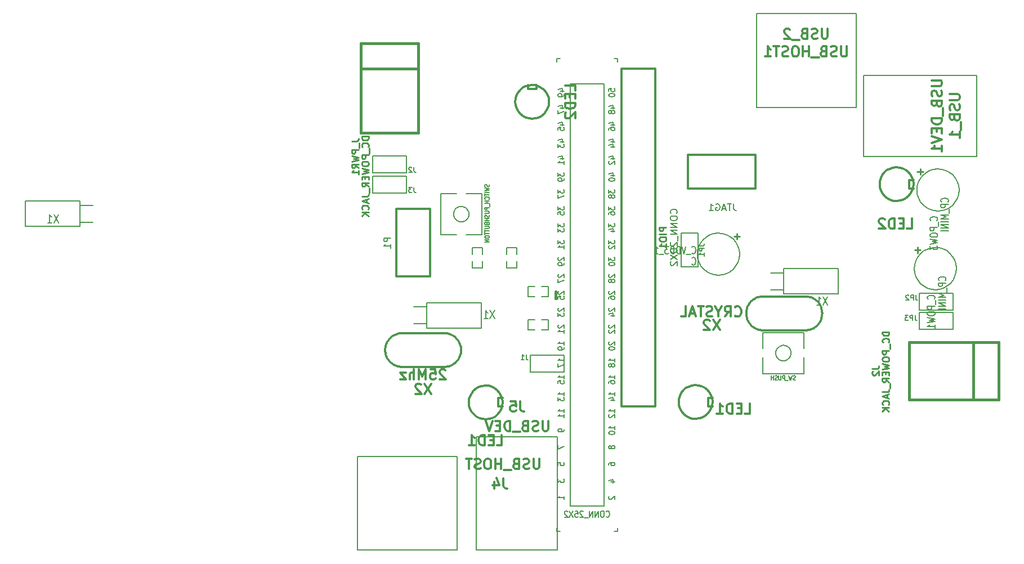
<source format=gbo>
G04 (created by PCBNEW-RS274X (2011-03-30 BZR 2932)-stable) date 18/05/2011 11:49:28 p.m.*
G01*
G70*
G90*
%MOIN*%
G04 Gerber Fmt 3.4, Leading zero omitted, Abs format*
%FSLAX34Y34*%
G04 APERTURE LIST*
%ADD10C,0.006000*%
%ADD11C,0.012500*%
%ADD12C,0.015000*%
%ADD13C,0.012000*%
%ADD14C,0.008000*%
%ADD15C,0.007000*%
%ADD16C,0.005000*%
%ADD17C,0.010000*%
%ADD18C,0.005500*%
%ADD19C,0.011300*%
G04 APERTURE END LIST*
G54D10*
G54D11*
X58000Y-27600D02*
X55500Y-27600D01*
X58000Y-25600D02*
X55500Y-25600D01*
X55500Y-25600D02*
X55413Y-25604D01*
X55327Y-25616D01*
X55242Y-25635D01*
X55158Y-25661D01*
X55078Y-25694D01*
X55001Y-25734D01*
X54927Y-25781D01*
X54858Y-25834D01*
X54793Y-25893D01*
X54734Y-25958D01*
X54681Y-26027D01*
X54634Y-26101D01*
X54594Y-26178D01*
X54561Y-26258D01*
X54535Y-26342D01*
X54516Y-26427D01*
X54504Y-26513D01*
X54500Y-26600D01*
X54500Y-26600D02*
X54504Y-26687D01*
X54516Y-26773D01*
X54535Y-26858D01*
X54561Y-26942D01*
X54594Y-27022D01*
X54634Y-27099D01*
X54681Y-27173D01*
X54734Y-27242D01*
X54793Y-27307D01*
X54858Y-27366D01*
X54927Y-27419D01*
X55000Y-27466D01*
X55078Y-27506D01*
X55158Y-27539D01*
X55242Y-27565D01*
X55327Y-27584D01*
X55413Y-27596D01*
X55500Y-27600D01*
X59000Y-26600D02*
X58996Y-26513D01*
X58984Y-26427D01*
X58965Y-26342D01*
X58939Y-26258D01*
X58906Y-26178D01*
X58866Y-26101D01*
X58819Y-26027D01*
X58766Y-25958D01*
X58707Y-25893D01*
X58642Y-25834D01*
X58573Y-25781D01*
X58500Y-25734D01*
X58422Y-25694D01*
X58342Y-25661D01*
X58258Y-25635D01*
X58173Y-25616D01*
X58087Y-25604D01*
X58000Y-25600D01*
X58000Y-27600D02*
X58087Y-27596D01*
X58173Y-27584D01*
X58258Y-27565D01*
X58342Y-27539D01*
X58422Y-27506D01*
X58500Y-27466D01*
X58573Y-27419D01*
X58642Y-27366D01*
X58707Y-27307D01*
X58766Y-27242D01*
X58819Y-27173D01*
X58866Y-27099D01*
X58906Y-27022D01*
X58939Y-26942D01*
X58965Y-26858D01*
X58984Y-26773D01*
X58996Y-26687D01*
X59000Y-26600D01*
G54D12*
X53050Y-08750D02*
X53050Y-08450D01*
X53050Y-08450D02*
X56450Y-08450D01*
X56450Y-08450D02*
X56450Y-08750D01*
X53050Y-09950D02*
X56450Y-09950D01*
X53050Y-13750D02*
X56450Y-13750D01*
X56450Y-08750D02*
X56450Y-13750D01*
X53050Y-08750D02*
X53050Y-13750D01*
G54D13*
X61450Y-29700D02*
X61430Y-29894D01*
X61374Y-30081D01*
X61282Y-30253D01*
X61159Y-30404D01*
X61009Y-30529D01*
X60837Y-30621D01*
X60651Y-30679D01*
X60456Y-30699D01*
X60263Y-30682D01*
X60076Y-30627D01*
X59903Y-30536D01*
X59751Y-30414D01*
X59625Y-30264D01*
X59531Y-30093D01*
X59472Y-29907D01*
X59451Y-29713D01*
X59467Y-29520D01*
X59521Y-29332D01*
X59610Y-29159D01*
X59731Y-29006D01*
X59880Y-28879D01*
X60050Y-28784D01*
X60236Y-28724D01*
X60430Y-28701D01*
X60623Y-28716D01*
X60811Y-28768D01*
X60985Y-28856D01*
X61139Y-28976D01*
X61267Y-29124D01*
X61363Y-29294D01*
X61425Y-29479D01*
X61449Y-29673D01*
X61450Y-29700D01*
X61450Y-29950D02*
X61200Y-29950D01*
X61200Y-29950D02*
X61200Y-29450D01*
X61200Y-29450D02*
X61450Y-29450D01*
X64200Y-11900D02*
X64180Y-12094D01*
X64124Y-12281D01*
X64032Y-12453D01*
X63909Y-12604D01*
X63759Y-12729D01*
X63587Y-12821D01*
X63401Y-12879D01*
X63206Y-12899D01*
X63013Y-12882D01*
X62826Y-12827D01*
X62653Y-12736D01*
X62501Y-12614D01*
X62375Y-12464D01*
X62281Y-12293D01*
X62222Y-12107D01*
X62201Y-11913D01*
X62217Y-11720D01*
X62271Y-11532D01*
X62360Y-11359D01*
X62481Y-11206D01*
X62630Y-11079D01*
X62800Y-10984D01*
X62986Y-10924D01*
X63180Y-10901D01*
X63373Y-10916D01*
X63561Y-10968D01*
X63735Y-11056D01*
X63889Y-11176D01*
X64017Y-11324D01*
X64113Y-11494D01*
X64175Y-11679D01*
X64199Y-11873D01*
X64200Y-11900D01*
X63450Y-10900D02*
X63450Y-11150D01*
X63450Y-11150D02*
X62950Y-11150D01*
X62950Y-11150D02*
X62950Y-10900D01*
G54D10*
X55750Y-17300D02*
X55750Y-16300D01*
X55750Y-16300D02*
X53750Y-16300D01*
X53750Y-16300D02*
X53750Y-17300D01*
X53750Y-17300D02*
X55750Y-17300D01*
X63100Y-26900D02*
X63100Y-27900D01*
X63100Y-27900D02*
X65100Y-27900D01*
X65100Y-27900D02*
X65100Y-26900D01*
X65100Y-26900D02*
X63100Y-26900D01*
X55750Y-16100D02*
X55750Y-15100D01*
X55750Y-15100D02*
X53750Y-15100D01*
X53750Y-15100D02*
X53750Y-16100D01*
X53750Y-16100D02*
X55750Y-16100D01*
G54D13*
X55150Y-18250D02*
X55150Y-22250D01*
X55150Y-22250D02*
X57150Y-22250D01*
X57150Y-22250D02*
X57150Y-18250D01*
X57150Y-18250D02*
X55150Y-18250D01*
G54D14*
X67450Y-35850D02*
X67450Y-10850D01*
X67450Y-10850D02*
X65450Y-10850D01*
X65450Y-10850D02*
X65450Y-35850D01*
X65450Y-35850D02*
X67450Y-35850D01*
G54D15*
X64600Y-23600D02*
X64600Y-23100D01*
X64550Y-23100D02*
X64550Y-23600D01*
X64550Y-23600D02*
X64650Y-23600D01*
X64650Y-23600D02*
X64650Y-23100D01*
X64650Y-23100D02*
X64550Y-23100D01*
X64650Y-37350D02*
X64650Y-37150D01*
X64650Y-37350D02*
X64850Y-37350D01*
X68250Y-37350D02*
X68050Y-37350D01*
X68250Y-37350D02*
X68250Y-37150D01*
X64650Y-09350D02*
X64650Y-09550D01*
X64650Y-09350D02*
X64850Y-09350D01*
X68250Y-09350D02*
X68050Y-09350D01*
X68250Y-09350D02*
X68250Y-09550D01*
G54D14*
X56950Y-23800D02*
X56950Y-25300D01*
X56950Y-25300D02*
X60200Y-25300D01*
X60200Y-25300D02*
X60200Y-23800D01*
X60200Y-23800D02*
X56950Y-23800D01*
X56200Y-24050D02*
X56950Y-24050D01*
X56200Y-25050D02*
X56950Y-25050D01*
G54D16*
X63350Y-22850D02*
X62950Y-22850D01*
X62950Y-22850D02*
X62950Y-23450D01*
X62950Y-23450D02*
X63350Y-23450D01*
X63750Y-23450D02*
X64150Y-23450D01*
X64150Y-23450D02*
X64150Y-22850D01*
X64150Y-22850D02*
X63750Y-22850D01*
X59650Y-21350D02*
X59650Y-21750D01*
X59650Y-21750D02*
X60250Y-21750D01*
X60250Y-21750D02*
X60250Y-21350D01*
X60250Y-20950D02*
X60250Y-20550D01*
X60250Y-20550D02*
X59650Y-20550D01*
X59650Y-20550D02*
X59650Y-20950D01*
X63350Y-24800D02*
X62950Y-24800D01*
X62950Y-24800D02*
X62950Y-25400D01*
X62950Y-25400D02*
X63350Y-25400D01*
X63750Y-25400D02*
X64150Y-25400D01*
X64150Y-25400D02*
X64150Y-24800D01*
X64150Y-24800D02*
X63750Y-24800D01*
X61700Y-21350D02*
X61700Y-21750D01*
X61700Y-21750D02*
X62300Y-21750D01*
X62300Y-21750D02*
X62300Y-21350D01*
X62300Y-20950D02*
X62300Y-20550D01*
X62300Y-20550D02*
X61700Y-20550D01*
X61700Y-20550D02*
X61700Y-20950D01*
G54D15*
X60220Y-19770D02*
X60220Y-17330D01*
X60220Y-17330D02*
X59276Y-17330D01*
X60220Y-19770D02*
X59276Y-19770D01*
X57780Y-17330D02*
X57780Y-19770D01*
X57780Y-19770D02*
X58724Y-19770D01*
X57780Y-17330D02*
X58724Y-17330D01*
G54D14*
X59456Y-18550D02*
X59447Y-18638D01*
X59421Y-18723D01*
X59379Y-18802D01*
X59323Y-18871D01*
X59254Y-18928D01*
X59176Y-18970D01*
X59091Y-18996D01*
X59003Y-19005D01*
X58915Y-18997D01*
X58830Y-18972D01*
X58751Y-18931D01*
X58681Y-18875D01*
X58624Y-18807D01*
X58581Y-18729D01*
X58554Y-18644D01*
X58545Y-18556D01*
X58552Y-18468D01*
X58577Y-18383D01*
X58617Y-18303D01*
X58672Y-18234D01*
X58740Y-18176D01*
X58818Y-18133D01*
X58903Y-18105D01*
X58991Y-18095D01*
X59079Y-18101D01*
X59164Y-18125D01*
X59244Y-18165D01*
X59314Y-18220D01*
X59372Y-18288D01*
X59416Y-18365D01*
X59444Y-18449D01*
X59455Y-18538D01*
X59456Y-18550D01*
G54D16*
X52850Y-32900D02*
X52850Y-38450D01*
X58750Y-38450D02*
X58750Y-32900D01*
X52850Y-32900D02*
X58750Y-32900D01*
X52850Y-38450D02*
X58750Y-38450D01*
X64700Y-38450D02*
X59900Y-38450D01*
X59900Y-38450D02*
X59900Y-31750D01*
X59900Y-31750D02*
X64700Y-31750D01*
X64700Y-31750D02*
X64700Y-38450D01*
X88325Y-21775D02*
X88301Y-22017D01*
X88230Y-22251D01*
X88116Y-22466D01*
X87961Y-22655D01*
X87773Y-22811D01*
X87559Y-22927D01*
X87326Y-22999D01*
X87083Y-23024D01*
X86841Y-23002D01*
X86607Y-22933D01*
X86391Y-22820D01*
X86201Y-22668D01*
X86044Y-22481D01*
X85927Y-22267D01*
X85853Y-22034D01*
X85826Y-21792D01*
X85846Y-21550D01*
X85913Y-21315D01*
X86025Y-21098D01*
X86176Y-20907D01*
X86362Y-20749D01*
X86575Y-20630D01*
X86807Y-20555D01*
X87049Y-20526D01*
X87292Y-20544D01*
X87527Y-20610D01*
X87744Y-20720D01*
X87937Y-20870D01*
X88096Y-21055D01*
X88216Y-21267D01*
X88293Y-21499D01*
X88324Y-21741D01*
X88325Y-21775D01*
X88475Y-17125D02*
X88451Y-17367D01*
X88380Y-17601D01*
X88266Y-17816D01*
X88111Y-18005D01*
X87923Y-18161D01*
X87709Y-18277D01*
X87476Y-18349D01*
X87233Y-18374D01*
X86991Y-18352D01*
X86757Y-18283D01*
X86541Y-18170D01*
X86351Y-18018D01*
X86194Y-17831D01*
X86077Y-17617D01*
X86003Y-17384D01*
X85976Y-17142D01*
X85996Y-16900D01*
X86063Y-16665D01*
X86175Y-16448D01*
X86326Y-16257D01*
X86512Y-16099D01*
X86725Y-15980D01*
X86957Y-15905D01*
X87199Y-15876D01*
X87442Y-15894D01*
X87677Y-15960D01*
X87894Y-16070D01*
X88087Y-16220D01*
X88246Y-16405D01*
X88366Y-16617D01*
X88443Y-16849D01*
X88474Y-17091D01*
X88475Y-17125D01*
X75475Y-20925D02*
X75451Y-21167D01*
X75380Y-21401D01*
X75266Y-21616D01*
X75111Y-21805D01*
X74923Y-21961D01*
X74709Y-22077D01*
X74476Y-22149D01*
X74233Y-22174D01*
X73991Y-22152D01*
X73757Y-22083D01*
X73541Y-21970D01*
X73351Y-21818D01*
X73194Y-21631D01*
X73077Y-21417D01*
X73003Y-21184D01*
X72976Y-20942D01*
X72996Y-20700D01*
X73063Y-20465D01*
X73175Y-20248D01*
X73326Y-20057D01*
X73512Y-19899D01*
X73725Y-19780D01*
X73957Y-19705D01*
X74199Y-19676D01*
X74442Y-19694D01*
X74677Y-19760D01*
X74894Y-19870D01*
X75087Y-20020D01*
X75246Y-20205D01*
X75366Y-20417D01*
X75443Y-20649D01*
X75474Y-20891D01*
X75475Y-20925D01*
G54D11*
X76875Y-23425D02*
X79375Y-23425D01*
X76875Y-25425D02*
X79375Y-25425D01*
X79375Y-25425D02*
X79462Y-25421D01*
X79548Y-25409D01*
X79633Y-25390D01*
X79717Y-25364D01*
X79797Y-25331D01*
X79875Y-25291D01*
X79948Y-25244D01*
X80017Y-25191D01*
X80082Y-25132D01*
X80141Y-25067D01*
X80194Y-24998D01*
X80241Y-24924D01*
X80281Y-24847D01*
X80314Y-24767D01*
X80340Y-24683D01*
X80359Y-24598D01*
X80371Y-24512D01*
X80375Y-24425D01*
X80375Y-24425D02*
X80371Y-24338D01*
X80359Y-24252D01*
X80340Y-24167D01*
X80314Y-24083D01*
X80281Y-24003D01*
X80241Y-23926D01*
X80194Y-23852D01*
X80141Y-23783D01*
X80082Y-23718D01*
X80017Y-23659D01*
X79948Y-23606D01*
X79875Y-23559D01*
X79797Y-23519D01*
X79717Y-23486D01*
X79633Y-23460D01*
X79548Y-23441D01*
X79462Y-23429D01*
X79375Y-23425D01*
X75875Y-24425D02*
X75879Y-24512D01*
X75891Y-24598D01*
X75910Y-24683D01*
X75936Y-24767D01*
X75969Y-24847D01*
X76009Y-24924D01*
X76056Y-24998D01*
X76109Y-25067D01*
X76168Y-25132D01*
X76233Y-25191D01*
X76302Y-25244D01*
X76375Y-25291D01*
X76453Y-25331D01*
X76533Y-25364D01*
X76617Y-25390D01*
X76702Y-25409D01*
X76788Y-25421D01*
X76875Y-25425D01*
X76875Y-23425D02*
X76788Y-23429D01*
X76702Y-23441D01*
X76617Y-23460D01*
X76533Y-23486D01*
X76453Y-23519D01*
X76376Y-23559D01*
X76302Y-23606D01*
X76233Y-23659D01*
X76168Y-23718D01*
X76109Y-23783D01*
X76056Y-23852D01*
X76009Y-23926D01*
X75969Y-24003D01*
X75936Y-24083D01*
X75910Y-24167D01*
X75891Y-24252D01*
X75879Y-24338D01*
X75875Y-24425D01*
G54D12*
X90525Y-26125D02*
X90825Y-26125D01*
X90825Y-26125D02*
X90825Y-29525D01*
X90825Y-29525D02*
X90525Y-29525D01*
X89325Y-26125D02*
X89325Y-29525D01*
X85525Y-26125D02*
X85525Y-29525D01*
X90525Y-29525D02*
X85525Y-29525D01*
X90525Y-26125D02*
X85525Y-26125D01*
G54D13*
X73875Y-29675D02*
X73855Y-29869D01*
X73799Y-30056D01*
X73707Y-30228D01*
X73584Y-30379D01*
X73434Y-30504D01*
X73262Y-30596D01*
X73076Y-30654D01*
X72881Y-30674D01*
X72688Y-30657D01*
X72501Y-30602D01*
X72328Y-30511D01*
X72176Y-30389D01*
X72050Y-30239D01*
X71956Y-30068D01*
X71897Y-29882D01*
X71876Y-29688D01*
X71892Y-29495D01*
X71946Y-29307D01*
X72035Y-29134D01*
X72156Y-28981D01*
X72305Y-28854D01*
X72475Y-28759D01*
X72661Y-28699D01*
X72855Y-28676D01*
X73048Y-28691D01*
X73236Y-28743D01*
X73410Y-28831D01*
X73564Y-28951D01*
X73692Y-29099D01*
X73788Y-29269D01*
X73850Y-29454D01*
X73874Y-29648D01*
X73875Y-29675D01*
X73875Y-29925D02*
X73625Y-29925D01*
X73625Y-29925D02*
X73625Y-29425D01*
X73625Y-29425D02*
X73875Y-29425D01*
X85775Y-16775D02*
X85755Y-16969D01*
X85699Y-17156D01*
X85607Y-17328D01*
X85484Y-17479D01*
X85334Y-17604D01*
X85162Y-17696D01*
X84976Y-17754D01*
X84781Y-17774D01*
X84588Y-17757D01*
X84401Y-17702D01*
X84228Y-17611D01*
X84076Y-17489D01*
X83950Y-17339D01*
X83856Y-17168D01*
X83797Y-16982D01*
X83776Y-16788D01*
X83792Y-16595D01*
X83846Y-16407D01*
X83935Y-16234D01*
X84056Y-16081D01*
X84205Y-15954D01*
X84375Y-15859D01*
X84561Y-15799D01*
X84755Y-15776D01*
X84948Y-15791D01*
X85136Y-15843D01*
X85310Y-15931D01*
X85464Y-16051D01*
X85592Y-16199D01*
X85688Y-16369D01*
X85750Y-16554D01*
X85774Y-16748D01*
X85775Y-16775D01*
X85775Y-17025D02*
X85525Y-17025D01*
X85525Y-17025D02*
X85525Y-16525D01*
X85525Y-16525D02*
X85775Y-16525D01*
X68475Y-09925D02*
X68475Y-29925D01*
X70475Y-09925D02*
X70475Y-29925D01*
X70475Y-09925D02*
X68475Y-09925D01*
X70475Y-29925D02*
X68475Y-29925D01*
G54D10*
X88125Y-25375D02*
X88125Y-24375D01*
X88125Y-24375D02*
X86125Y-24375D01*
X86125Y-24375D02*
X86125Y-25375D01*
X86125Y-25375D02*
X88125Y-25375D01*
X88125Y-24225D02*
X88125Y-23225D01*
X88125Y-23225D02*
X86125Y-23225D01*
X86125Y-23225D02*
X86125Y-24225D01*
X86125Y-24225D02*
X88125Y-24225D01*
X73025Y-19675D02*
X72025Y-19675D01*
X72025Y-19675D02*
X72025Y-21675D01*
X72025Y-21675D02*
X73025Y-21675D01*
X73025Y-21675D02*
X73025Y-19675D01*
G54D13*
X76425Y-15025D02*
X72425Y-15025D01*
X72425Y-15025D02*
X72425Y-17025D01*
X72425Y-17025D02*
X76425Y-17025D01*
X76425Y-17025D02*
X76425Y-15025D01*
G54D14*
X78075Y-21775D02*
X78075Y-23275D01*
X78075Y-23275D02*
X81325Y-23275D01*
X81325Y-23275D02*
X81325Y-21775D01*
X81325Y-21775D02*
X78075Y-21775D01*
X77325Y-22025D02*
X78075Y-22025D01*
X77325Y-23025D02*
X78075Y-23025D01*
G54D15*
X79295Y-25555D02*
X76855Y-25555D01*
X76855Y-25555D02*
X76855Y-26499D01*
X79295Y-25555D02*
X79295Y-26499D01*
X76855Y-27995D02*
X79295Y-27995D01*
X79295Y-27995D02*
X79295Y-27051D01*
X76855Y-27995D02*
X76855Y-27051D01*
G54D14*
X78531Y-26775D02*
X78522Y-26863D01*
X78496Y-26948D01*
X78454Y-27027D01*
X78398Y-27096D01*
X78329Y-27153D01*
X78251Y-27195D01*
X78166Y-27221D01*
X78078Y-27230D01*
X77990Y-27222D01*
X77905Y-27197D01*
X77826Y-27156D01*
X77756Y-27100D01*
X77699Y-27032D01*
X77656Y-26954D01*
X77629Y-26869D01*
X77620Y-26781D01*
X77627Y-26693D01*
X77652Y-26608D01*
X77692Y-26528D01*
X77747Y-26459D01*
X77815Y-26401D01*
X77893Y-26358D01*
X77978Y-26330D01*
X78066Y-26320D01*
X78154Y-26326D01*
X78239Y-26350D01*
X78319Y-26390D01*
X78389Y-26445D01*
X78447Y-26513D01*
X78491Y-26590D01*
X78519Y-26674D01*
X78530Y-26763D01*
X78531Y-26775D01*
G54D16*
X82375Y-12225D02*
X82375Y-06675D01*
X76475Y-06675D02*
X76475Y-12225D01*
X82375Y-12225D02*
X76475Y-12225D01*
X82375Y-06675D02*
X76475Y-06675D01*
X89525Y-10325D02*
X89525Y-15125D01*
X89525Y-15125D02*
X82825Y-15125D01*
X82825Y-15125D02*
X82825Y-10325D01*
X82825Y-10325D02*
X89525Y-10325D01*
G54D14*
X36425Y-19275D02*
X36425Y-17775D01*
X36425Y-17775D02*
X33175Y-17775D01*
X33175Y-17775D02*
X33175Y-19275D01*
X33175Y-19275D02*
X36425Y-19275D01*
X37175Y-19025D02*
X36425Y-19025D01*
X37175Y-18025D02*
X36425Y-18025D01*
G54D13*
X57235Y-28593D02*
X56835Y-29193D01*
X56835Y-28593D02*
X57235Y-29193D01*
X56636Y-28650D02*
X56607Y-28621D01*
X56550Y-28593D01*
X56407Y-28593D01*
X56350Y-28621D01*
X56321Y-28650D01*
X56293Y-28707D01*
X56293Y-28764D01*
X56321Y-28850D01*
X56664Y-29193D01*
X56293Y-29193D01*
X58064Y-27800D02*
X58035Y-27771D01*
X57978Y-27743D01*
X57835Y-27743D01*
X57778Y-27771D01*
X57749Y-27800D01*
X57721Y-27857D01*
X57721Y-27914D01*
X57749Y-28000D01*
X58092Y-28343D01*
X57721Y-28343D01*
X57178Y-27743D02*
X57464Y-27743D01*
X57493Y-28029D01*
X57464Y-28000D01*
X57407Y-27971D01*
X57264Y-27971D01*
X57207Y-28000D01*
X57178Y-28029D01*
X57150Y-28086D01*
X57150Y-28229D01*
X57178Y-28286D01*
X57207Y-28314D01*
X57264Y-28343D01*
X57407Y-28343D01*
X57464Y-28314D01*
X57493Y-28286D01*
X56893Y-28343D02*
X56893Y-27743D01*
X56693Y-28171D01*
X56493Y-27743D01*
X56493Y-28343D01*
X56207Y-28343D02*
X56207Y-27743D01*
X55950Y-28343D02*
X55950Y-28029D01*
X55979Y-27971D01*
X56036Y-27943D01*
X56121Y-27943D01*
X56179Y-27971D01*
X56207Y-28000D01*
X55721Y-27943D02*
X55407Y-27943D01*
X55721Y-28343D01*
X55407Y-28343D01*
G54D17*
X52512Y-14236D02*
X52798Y-14236D01*
X52855Y-14216D01*
X52893Y-14178D01*
X52912Y-14121D01*
X52912Y-14083D01*
X52950Y-14331D02*
X52950Y-14636D01*
X52912Y-14731D02*
X52512Y-14731D01*
X52512Y-14884D01*
X52531Y-14922D01*
X52550Y-14941D01*
X52588Y-14960D01*
X52645Y-14960D01*
X52683Y-14941D01*
X52702Y-14922D01*
X52721Y-14884D01*
X52721Y-14731D01*
X52512Y-15093D02*
X52912Y-15188D01*
X52626Y-15265D01*
X52912Y-15341D01*
X52512Y-15436D01*
X52912Y-15817D02*
X52721Y-15683D01*
X52912Y-15588D02*
X52512Y-15588D01*
X52512Y-15741D01*
X52531Y-15779D01*
X52550Y-15798D01*
X52588Y-15817D01*
X52645Y-15817D01*
X52683Y-15798D01*
X52702Y-15779D01*
X52721Y-15741D01*
X52721Y-15588D01*
X52912Y-16198D02*
X52912Y-15969D01*
X52912Y-16083D02*
X52512Y-16083D01*
X52569Y-16045D01*
X52607Y-16007D01*
X52626Y-15969D01*
X53512Y-13947D02*
X53112Y-13947D01*
X53112Y-14042D01*
X53131Y-14100D01*
X53169Y-14138D01*
X53207Y-14157D01*
X53283Y-14176D01*
X53340Y-14176D01*
X53417Y-14157D01*
X53455Y-14138D01*
X53493Y-14100D01*
X53512Y-14042D01*
X53512Y-13947D01*
X53474Y-14576D02*
X53493Y-14557D01*
X53512Y-14500D01*
X53512Y-14462D01*
X53493Y-14404D01*
X53455Y-14366D01*
X53417Y-14347D01*
X53340Y-14328D01*
X53283Y-14328D01*
X53207Y-14347D01*
X53169Y-14366D01*
X53131Y-14404D01*
X53112Y-14462D01*
X53112Y-14500D01*
X53131Y-14557D01*
X53150Y-14576D01*
X53550Y-14652D02*
X53550Y-14957D01*
X53512Y-15052D02*
X53112Y-15052D01*
X53112Y-15205D01*
X53131Y-15243D01*
X53150Y-15262D01*
X53188Y-15281D01*
X53245Y-15281D01*
X53283Y-15262D01*
X53302Y-15243D01*
X53321Y-15205D01*
X53321Y-15052D01*
X53112Y-15528D02*
X53112Y-15605D01*
X53131Y-15643D01*
X53169Y-15681D01*
X53245Y-15700D01*
X53379Y-15700D01*
X53455Y-15681D01*
X53493Y-15643D01*
X53512Y-15605D01*
X53512Y-15528D01*
X53493Y-15490D01*
X53455Y-15452D01*
X53379Y-15433D01*
X53245Y-15433D01*
X53169Y-15452D01*
X53131Y-15490D01*
X53112Y-15528D01*
X53112Y-15833D02*
X53512Y-15928D01*
X53226Y-16005D01*
X53512Y-16081D01*
X53112Y-16176D01*
X53302Y-16328D02*
X53302Y-16462D01*
X53512Y-16519D02*
X53512Y-16328D01*
X53112Y-16328D01*
X53112Y-16519D01*
X53512Y-16919D02*
X53321Y-16785D01*
X53512Y-16690D02*
X53112Y-16690D01*
X53112Y-16843D01*
X53131Y-16881D01*
X53150Y-16900D01*
X53188Y-16919D01*
X53245Y-16919D01*
X53283Y-16900D01*
X53302Y-16881D01*
X53321Y-16843D01*
X53321Y-16690D01*
X53550Y-16995D02*
X53550Y-17300D01*
X53112Y-17510D02*
X53398Y-17510D01*
X53455Y-17490D01*
X53493Y-17452D01*
X53512Y-17395D01*
X53512Y-17357D01*
X53398Y-17681D02*
X53398Y-17872D01*
X53512Y-17643D02*
X53112Y-17776D01*
X53512Y-17910D01*
X53474Y-18272D02*
X53493Y-18253D01*
X53512Y-18196D01*
X53512Y-18158D01*
X53493Y-18100D01*
X53455Y-18062D01*
X53417Y-18043D01*
X53340Y-18024D01*
X53283Y-18024D01*
X53207Y-18043D01*
X53169Y-18062D01*
X53131Y-18100D01*
X53112Y-18158D01*
X53112Y-18196D01*
X53131Y-18253D01*
X53150Y-18272D01*
X53512Y-18443D02*
X53112Y-18443D01*
X53512Y-18672D02*
X53283Y-18500D01*
X53112Y-18672D02*
X53340Y-18443D01*
G54D13*
X61121Y-32243D02*
X61407Y-32243D01*
X61407Y-31643D01*
X60921Y-31929D02*
X60721Y-31929D01*
X60635Y-32243D02*
X60921Y-32243D01*
X60921Y-31643D01*
X60635Y-31643D01*
X60378Y-32243D02*
X60378Y-31643D01*
X60235Y-31643D01*
X60150Y-31671D01*
X60092Y-31729D01*
X60064Y-31786D01*
X60035Y-31900D01*
X60035Y-31986D01*
X60064Y-32100D01*
X60092Y-32157D01*
X60150Y-32214D01*
X60235Y-32243D01*
X60378Y-32243D01*
X59464Y-32243D02*
X59807Y-32243D01*
X59635Y-32243D02*
X59635Y-31643D01*
X59692Y-31729D01*
X59750Y-31786D01*
X59807Y-31814D01*
X65743Y-11229D02*
X65743Y-10943D01*
X65143Y-10943D01*
X65429Y-11429D02*
X65429Y-11629D01*
X65743Y-11715D02*
X65743Y-11429D01*
X65143Y-11429D01*
X65143Y-11715D01*
X65743Y-11972D02*
X65143Y-11972D01*
X65143Y-12115D01*
X65171Y-12200D01*
X65229Y-12258D01*
X65286Y-12286D01*
X65400Y-12315D01*
X65486Y-12315D01*
X65600Y-12286D01*
X65657Y-12258D01*
X65714Y-12200D01*
X65743Y-12115D01*
X65743Y-11972D01*
X65200Y-12543D02*
X65171Y-12572D01*
X65143Y-12629D01*
X65143Y-12772D01*
X65171Y-12829D01*
X65200Y-12858D01*
X65257Y-12886D01*
X65314Y-12886D01*
X65400Y-12858D01*
X65743Y-12515D01*
X65743Y-12886D01*
G54D10*
X56200Y-16971D02*
X56200Y-17186D01*
X56214Y-17229D01*
X56243Y-17257D01*
X56286Y-17271D01*
X56314Y-17271D01*
X56085Y-16971D02*
X55899Y-16971D01*
X55999Y-17086D01*
X55957Y-17086D01*
X55928Y-17100D01*
X55914Y-17114D01*
X55899Y-17143D01*
X55899Y-17214D01*
X55914Y-17243D01*
X55928Y-17257D01*
X55957Y-17271D01*
X56042Y-17271D01*
X56071Y-17257D01*
X56085Y-17243D01*
X62850Y-26871D02*
X62850Y-27086D01*
X62864Y-27129D01*
X62893Y-27157D01*
X62936Y-27171D01*
X62964Y-27171D01*
X62549Y-27171D02*
X62721Y-27171D01*
X62635Y-27171D02*
X62635Y-26871D01*
X62664Y-26914D01*
X62692Y-26943D01*
X62721Y-26957D01*
X56200Y-15771D02*
X56200Y-15986D01*
X56214Y-16029D01*
X56243Y-16057D01*
X56286Y-16071D01*
X56314Y-16071D01*
X56071Y-15800D02*
X56057Y-15786D01*
X56028Y-15771D01*
X55957Y-15771D01*
X55928Y-15786D01*
X55914Y-15800D01*
X55899Y-15829D01*
X55899Y-15857D01*
X55914Y-15900D01*
X56085Y-16071D01*
X55899Y-16071D01*
G54D14*
X54812Y-19955D02*
X54412Y-19955D01*
X54412Y-20108D01*
X54431Y-20146D01*
X54450Y-20165D01*
X54488Y-20184D01*
X54545Y-20184D01*
X54583Y-20165D01*
X54602Y-20146D01*
X54621Y-20108D01*
X54621Y-19955D01*
X54812Y-20565D02*
X54812Y-20336D01*
X54812Y-20450D02*
X54412Y-20450D01*
X54469Y-20412D01*
X54507Y-20374D01*
X54526Y-20336D01*
X67585Y-36461D02*
X67600Y-36479D01*
X67646Y-36496D01*
X67676Y-36496D01*
X67722Y-36479D01*
X67753Y-36444D01*
X67768Y-36410D01*
X67783Y-36341D01*
X67783Y-36290D01*
X67768Y-36221D01*
X67753Y-36187D01*
X67722Y-36153D01*
X67676Y-36136D01*
X67646Y-36136D01*
X67600Y-36153D01*
X67585Y-36170D01*
X67387Y-36136D02*
X67326Y-36136D01*
X67295Y-36153D01*
X67265Y-36187D01*
X67250Y-36256D01*
X67250Y-36376D01*
X67265Y-36444D01*
X67295Y-36479D01*
X67326Y-36496D01*
X67387Y-36496D01*
X67417Y-36479D01*
X67448Y-36444D01*
X67463Y-36376D01*
X67463Y-36256D01*
X67448Y-36187D01*
X67417Y-36153D01*
X67387Y-36136D01*
X67113Y-36496D02*
X67113Y-36136D01*
X66930Y-36496D01*
X66930Y-36136D01*
X66778Y-36496D02*
X66778Y-36136D01*
X66595Y-36496D01*
X66595Y-36136D01*
X66519Y-36530D02*
X66275Y-36530D01*
X66214Y-36170D02*
X66199Y-36153D01*
X66168Y-36136D01*
X66092Y-36136D01*
X66062Y-36153D01*
X66046Y-36170D01*
X66031Y-36204D01*
X66031Y-36239D01*
X66046Y-36290D01*
X66229Y-36496D01*
X66031Y-36496D01*
X65741Y-36136D02*
X65894Y-36136D01*
X65909Y-36307D01*
X65894Y-36290D01*
X65863Y-36273D01*
X65787Y-36273D01*
X65757Y-36290D01*
X65741Y-36307D01*
X65726Y-36341D01*
X65726Y-36427D01*
X65741Y-36461D01*
X65757Y-36479D01*
X65787Y-36496D01*
X65863Y-36496D01*
X65894Y-36479D01*
X65909Y-36461D01*
X65619Y-36136D02*
X65406Y-36496D01*
X65406Y-36136D02*
X65619Y-36496D01*
X65299Y-36170D02*
X65284Y-36153D01*
X65253Y-36136D01*
X65177Y-36136D01*
X65147Y-36153D01*
X65131Y-36170D01*
X65116Y-36204D01*
X65116Y-36239D01*
X65131Y-36290D01*
X65314Y-36496D01*
X65116Y-36496D01*
X67770Y-22106D02*
X67753Y-22121D01*
X67736Y-22152D01*
X67736Y-22228D01*
X67753Y-22258D01*
X67770Y-22274D01*
X67804Y-22289D01*
X67839Y-22289D01*
X67890Y-22274D01*
X68096Y-22091D01*
X68096Y-22289D01*
X67890Y-22472D02*
X67873Y-22441D01*
X67856Y-22426D01*
X67821Y-22411D01*
X67804Y-22411D01*
X67770Y-22426D01*
X67753Y-22441D01*
X67736Y-22472D01*
X67736Y-22533D01*
X67753Y-22563D01*
X67770Y-22579D01*
X67804Y-22594D01*
X67821Y-22594D01*
X67856Y-22579D01*
X67873Y-22563D01*
X67890Y-22533D01*
X67890Y-22472D01*
X67907Y-22441D01*
X67924Y-22426D01*
X67959Y-22411D01*
X68027Y-22411D01*
X68061Y-22426D01*
X68079Y-22441D01*
X68096Y-22472D01*
X68096Y-22533D01*
X68079Y-22563D01*
X68061Y-22579D01*
X68027Y-22594D01*
X67959Y-22594D01*
X67924Y-22579D01*
X67907Y-22563D01*
X67890Y-22533D01*
X67770Y-24106D02*
X67753Y-24121D01*
X67736Y-24152D01*
X67736Y-24228D01*
X67753Y-24258D01*
X67770Y-24274D01*
X67804Y-24289D01*
X67839Y-24289D01*
X67890Y-24274D01*
X68096Y-24091D01*
X68096Y-24289D01*
X67856Y-24563D02*
X68096Y-24563D01*
X67719Y-24487D02*
X67976Y-24411D01*
X67976Y-24609D01*
X67770Y-23106D02*
X67753Y-23121D01*
X67736Y-23152D01*
X67736Y-23228D01*
X67753Y-23258D01*
X67770Y-23274D01*
X67804Y-23289D01*
X67839Y-23289D01*
X67890Y-23274D01*
X68096Y-23091D01*
X68096Y-23289D01*
X67736Y-23563D02*
X67736Y-23502D01*
X67753Y-23472D01*
X67770Y-23457D01*
X67821Y-23426D01*
X67890Y-23411D01*
X68027Y-23411D01*
X68061Y-23426D01*
X68079Y-23441D01*
X68096Y-23472D01*
X68096Y-23533D01*
X68079Y-23563D01*
X68061Y-23579D01*
X68027Y-23594D01*
X67941Y-23594D01*
X67907Y-23579D01*
X67890Y-23563D01*
X67873Y-23533D01*
X67873Y-23472D01*
X67890Y-23441D01*
X67907Y-23426D01*
X67941Y-23411D01*
X67770Y-35259D02*
X67753Y-35274D01*
X67736Y-35305D01*
X67736Y-35381D01*
X67753Y-35411D01*
X67770Y-35427D01*
X67804Y-35442D01*
X67839Y-35442D01*
X67890Y-35427D01*
X68096Y-35244D01*
X68096Y-35442D01*
X67856Y-34411D02*
X68096Y-34411D01*
X67719Y-34335D02*
X67976Y-34259D01*
X67976Y-34457D01*
X67890Y-32320D02*
X67873Y-32289D01*
X67856Y-32274D01*
X67821Y-32259D01*
X67804Y-32259D01*
X67770Y-32274D01*
X67753Y-32289D01*
X67736Y-32320D01*
X67736Y-32381D01*
X67753Y-32411D01*
X67770Y-32427D01*
X67804Y-32442D01*
X67821Y-32442D01*
X67856Y-32427D01*
X67873Y-32411D01*
X67890Y-32381D01*
X67890Y-32320D01*
X67907Y-32289D01*
X67924Y-32274D01*
X67959Y-32259D01*
X68027Y-32259D01*
X68061Y-32274D01*
X68079Y-32289D01*
X68096Y-32320D01*
X68096Y-32381D01*
X68079Y-32411D01*
X68061Y-32427D01*
X68027Y-32442D01*
X67959Y-32442D01*
X67924Y-32427D01*
X67907Y-32411D01*
X67890Y-32381D01*
X67736Y-33411D02*
X67736Y-33350D01*
X67753Y-33320D01*
X67770Y-33305D01*
X67821Y-33274D01*
X67890Y-33259D01*
X68027Y-33259D01*
X68061Y-33274D01*
X68079Y-33289D01*
X68096Y-33320D01*
X68096Y-33381D01*
X68079Y-33411D01*
X68061Y-33427D01*
X68027Y-33442D01*
X67941Y-33442D01*
X67907Y-33427D01*
X67890Y-33411D01*
X67873Y-33381D01*
X67873Y-33320D01*
X67890Y-33289D01*
X67907Y-33274D01*
X67941Y-33259D01*
X68096Y-29289D02*
X68096Y-29106D01*
X68096Y-29197D02*
X67736Y-29197D01*
X67787Y-29167D01*
X67821Y-29136D01*
X67839Y-29106D01*
X67856Y-29563D02*
X68096Y-29563D01*
X67719Y-29487D02*
X67976Y-29411D01*
X67976Y-29609D01*
X68096Y-28289D02*
X68096Y-28106D01*
X68096Y-28197D02*
X67736Y-28197D01*
X67787Y-28167D01*
X67821Y-28136D01*
X67839Y-28106D01*
X67736Y-28563D02*
X67736Y-28502D01*
X67753Y-28472D01*
X67770Y-28457D01*
X67821Y-28426D01*
X67890Y-28411D01*
X68027Y-28411D01*
X68061Y-28426D01*
X68079Y-28441D01*
X68096Y-28472D01*
X68096Y-28533D01*
X68079Y-28563D01*
X68061Y-28579D01*
X68027Y-28594D01*
X67941Y-28594D01*
X67907Y-28579D01*
X67890Y-28563D01*
X67873Y-28533D01*
X67873Y-28472D01*
X67890Y-28441D01*
X67907Y-28426D01*
X67941Y-28411D01*
X68096Y-30289D02*
X68096Y-30106D01*
X68096Y-30197D02*
X67736Y-30197D01*
X67787Y-30167D01*
X67821Y-30136D01*
X67839Y-30106D01*
X67770Y-30411D02*
X67753Y-30426D01*
X67736Y-30457D01*
X67736Y-30533D01*
X67753Y-30563D01*
X67770Y-30579D01*
X67804Y-30594D01*
X67839Y-30594D01*
X67890Y-30579D01*
X68096Y-30396D01*
X68096Y-30594D01*
X68096Y-31289D02*
X68096Y-31106D01*
X68096Y-31197D02*
X67736Y-31197D01*
X67787Y-31167D01*
X67821Y-31136D01*
X67839Y-31106D01*
X67736Y-31487D02*
X67736Y-31518D01*
X67753Y-31548D01*
X67770Y-31563D01*
X67804Y-31579D01*
X67873Y-31594D01*
X67959Y-31594D01*
X68027Y-31579D01*
X68061Y-31563D01*
X68079Y-31548D01*
X68096Y-31518D01*
X68096Y-31487D01*
X68079Y-31457D01*
X68061Y-31441D01*
X68027Y-31426D01*
X67959Y-31411D01*
X67873Y-31411D01*
X67804Y-31426D01*
X67770Y-31441D01*
X67753Y-31457D01*
X67736Y-31487D01*
X67736Y-20091D02*
X67736Y-20289D01*
X67873Y-20182D01*
X67873Y-20228D01*
X67890Y-20258D01*
X67907Y-20274D01*
X67941Y-20289D01*
X68027Y-20289D01*
X68061Y-20274D01*
X68079Y-20258D01*
X68096Y-20228D01*
X68096Y-20136D01*
X68079Y-20106D01*
X68061Y-20091D01*
X67770Y-20411D02*
X67753Y-20426D01*
X67736Y-20457D01*
X67736Y-20533D01*
X67753Y-20563D01*
X67770Y-20579D01*
X67804Y-20594D01*
X67839Y-20594D01*
X67890Y-20579D01*
X68096Y-20396D01*
X68096Y-20594D01*
X67736Y-21091D02*
X67736Y-21289D01*
X67873Y-21182D01*
X67873Y-21228D01*
X67890Y-21258D01*
X67907Y-21274D01*
X67941Y-21289D01*
X68027Y-21289D01*
X68061Y-21274D01*
X68079Y-21258D01*
X68096Y-21228D01*
X68096Y-21136D01*
X68079Y-21106D01*
X68061Y-21091D01*
X67736Y-21487D02*
X67736Y-21518D01*
X67753Y-21548D01*
X67770Y-21563D01*
X67804Y-21579D01*
X67873Y-21594D01*
X67959Y-21594D01*
X68027Y-21579D01*
X68061Y-21563D01*
X68079Y-21548D01*
X68096Y-21518D01*
X68096Y-21487D01*
X68079Y-21457D01*
X68061Y-21441D01*
X68027Y-21426D01*
X67959Y-21411D01*
X67873Y-21411D01*
X67804Y-21426D01*
X67770Y-21441D01*
X67753Y-21457D01*
X67736Y-21487D01*
X67770Y-25106D02*
X67753Y-25121D01*
X67736Y-25152D01*
X67736Y-25228D01*
X67753Y-25258D01*
X67770Y-25274D01*
X67804Y-25289D01*
X67839Y-25289D01*
X67890Y-25274D01*
X68096Y-25091D01*
X68096Y-25289D01*
X67770Y-25411D02*
X67753Y-25426D01*
X67736Y-25457D01*
X67736Y-25533D01*
X67753Y-25563D01*
X67770Y-25579D01*
X67804Y-25594D01*
X67839Y-25594D01*
X67890Y-25579D01*
X68096Y-25396D01*
X68096Y-25594D01*
X67770Y-26106D02*
X67753Y-26121D01*
X67736Y-26152D01*
X67736Y-26228D01*
X67753Y-26258D01*
X67770Y-26274D01*
X67804Y-26289D01*
X67839Y-26289D01*
X67890Y-26274D01*
X68096Y-26091D01*
X68096Y-26289D01*
X67736Y-26487D02*
X67736Y-26518D01*
X67753Y-26548D01*
X67770Y-26563D01*
X67804Y-26579D01*
X67873Y-26594D01*
X67959Y-26594D01*
X68027Y-26579D01*
X68061Y-26563D01*
X68079Y-26548D01*
X68096Y-26518D01*
X68096Y-26487D01*
X68079Y-26457D01*
X68061Y-26441D01*
X68027Y-26426D01*
X67959Y-26411D01*
X67873Y-26411D01*
X67804Y-26426D01*
X67770Y-26441D01*
X67753Y-26457D01*
X67736Y-26487D01*
X68096Y-27289D02*
X68096Y-27106D01*
X68096Y-27197D02*
X67736Y-27197D01*
X67787Y-27167D01*
X67821Y-27136D01*
X67839Y-27106D01*
X67890Y-27472D02*
X67873Y-27441D01*
X67856Y-27426D01*
X67821Y-27411D01*
X67804Y-27411D01*
X67770Y-27426D01*
X67753Y-27441D01*
X67736Y-27472D01*
X67736Y-27533D01*
X67753Y-27563D01*
X67770Y-27579D01*
X67804Y-27594D01*
X67821Y-27594D01*
X67856Y-27579D01*
X67873Y-27563D01*
X67890Y-27533D01*
X67890Y-27472D01*
X67907Y-27441D01*
X67924Y-27426D01*
X67959Y-27411D01*
X68027Y-27411D01*
X68061Y-27426D01*
X68079Y-27441D01*
X68096Y-27472D01*
X68096Y-27533D01*
X68079Y-27563D01*
X68061Y-27579D01*
X68027Y-27594D01*
X67959Y-27594D01*
X67924Y-27579D01*
X67907Y-27563D01*
X67890Y-27533D01*
X67736Y-11274D02*
X67736Y-11121D01*
X67907Y-11106D01*
X67890Y-11121D01*
X67873Y-11152D01*
X67873Y-11228D01*
X67890Y-11258D01*
X67907Y-11274D01*
X67941Y-11289D01*
X68027Y-11289D01*
X68061Y-11274D01*
X68079Y-11258D01*
X68096Y-11228D01*
X68096Y-11152D01*
X68079Y-11121D01*
X68061Y-11106D01*
X67736Y-11487D02*
X67736Y-11518D01*
X67753Y-11548D01*
X67770Y-11563D01*
X67804Y-11579D01*
X67873Y-11594D01*
X67959Y-11594D01*
X68027Y-11579D01*
X68061Y-11563D01*
X68079Y-11548D01*
X68096Y-11518D01*
X68096Y-11487D01*
X68079Y-11457D01*
X68061Y-11441D01*
X68027Y-11426D01*
X67959Y-11411D01*
X67873Y-11411D01*
X67804Y-11426D01*
X67770Y-11441D01*
X67753Y-11457D01*
X67736Y-11487D01*
X67856Y-15258D02*
X68096Y-15258D01*
X67719Y-15182D02*
X67976Y-15106D01*
X67976Y-15304D01*
X67770Y-15411D02*
X67753Y-15426D01*
X67736Y-15457D01*
X67736Y-15533D01*
X67753Y-15563D01*
X67770Y-15579D01*
X67804Y-15594D01*
X67839Y-15594D01*
X67890Y-15579D01*
X68096Y-15396D01*
X68096Y-15594D01*
X67856Y-14258D02*
X68096Y-14258D01*
X67719Y-14182D02*
X67976Y-14106D01*
X67976Y-14304D01*
X67856Y-14563D02*
X68096Y-14563D01*
X67719Y-14487D02*
X67976Y-14411D01*
X67976Y-14609D01*
X67856Y-12258D02*
X68096Y-12258D01*
X67719Y-12182D02*
X67976Y-12106D01*
X67976Y-12304D01*
X67890Y-12472D02*
X67873Y-12441D01*
X67856Y-12426D01*
X67821Y-12411D01*
X67804Y-12411D01*
X67770Y-12426D01*
X67753Y-12441D01*
X67736Y-12472D01*
X67736Y-12533D01*
X67753Y-12563D01*
X67770Y-12579D01*
X67804Y-12594D01*
X67821Y-12594D01*
X67856Y-12579D01*
X67873Y-12563D01*
X67890Y-12533D01*
X67890Y-12472D01*
X67907Y-12441D01*
X67924Y-12426D01*
X67959Y-12411D01*
X68027Y-12411D01*
X68061Y-12426D01*
X68079Y-12441D01*
X68096Y-12472D01*
X68096Y-12533D01*
X68079Y-12563D01*
X68061Y-12579D01*
X68027Y-12594D01*
X67959Y-12594D01*
X67924Y-12579D01*
X67907Y-12563D01*
X67890Y-12533D01*
X67856Y-13258D02*
X68096Y-13258D01*
X67719Y-13182D02*
X67976Y-13106D01*
X67976Y-13304D01*
X67736Y-13563D02*
X67736Y-13502D01*
X67753Y-13472D01*
X67770Y-13457D01*
X67821Y-13426D01*
X67890Y-13411D01*
X68027Y-13411D01*
X68061Y-13426D01*
X68079Y-13441D01*
X68096Y-13472D01*
X68096Y-13533D01*
X68079Y-13563D01*
X68061Y-13579D01*
X68027Y-13594D01*
X67941Y-13594D01*
X67907Y-13579D01*
X67890Y-13563D01*
X67873Y-13533D01*
X67873Y-13472D01*
X67890Y-13441D01*
X67907Y-13426D01*
X67941Y-13411D01*
X67736Y-17091D02*
X67736Y-17289D01*
X67873Y-17182D01*
X67873Y-17228D01*
X67890Y-17258D01*
X67907Y-17274D01*
X67941Y-17289D01*
X68027Y-17289D01*
X68061Y-17274D01*
X68079Y-17258D01*
X68096Y-17228D01*
X68096Y-17136D01*
X68079Y-17106D01*
X68061Y-17091D01*
X67890Y-17472D02*
X67873Y-17441D01*
X67856Y-17426D01*
X67821Y-17411D01*
X67804Y-17411D01*
X67770Y-17426D01*
X67753Y-17441D01*
X67736Y-17472D01*
X67736Y-17533D01*
X67753Y-17563D01*
X67770Y-17579D01*
X67804Y-17594D01*
X67821Y-17594D01*
X67856Y-17579D01*
X67873Y-17563D01*
X67890Y-17533D01*
X67890Y-17472D01*
X67907Y-17441D01*
X67924Y-17426D01*
X67959Y-17411D01*
X68027Y-17411D01*
X68061Y-17426D01*
X68079Y-17441D01*
X68096Y-17472D01*
X68096Y-17533D01*
X68079Y-17563D01*
X68061Y-17579D01*
X68027Y-17594D01*
X67959Y-17594D01*
X67924Y-17579D01*
X67907Y-17563D01*
X67890Y-17533D01*
X67856Y-16258D02*
X68096Y-16258D01*
X67719Y-16182D02*
X67976Y-16106D01*
X67976Y-16304D01*
X67736Y-16487D02*
X67736Y-16518D01*
X67753Y-16548D01*
X67770Y-16563D01*
X67804Y-16579D01*
X67873Y-16594D01*
X67959Y-16594D01*
X68027Y-16579D01*
X68061Y-16563D01*
X68079Y-16548D01*
X68096Y-16518D01*
X68096Y-16487D01*
X68079Y-16457D01*
X68061Y-16441D01*
X68027Y-16426D01*
X67959Y-16411D01*
X67873Y-16411D01*
X67804Y-16426D01*
X67770Y-16441D01*
X67753Y-16457D01*
X67736Y-16487D01*
X67736Y-18091D02*
X67736Y-18289D01*
X67873Y-18182D01*
X67873Y-18228D01*
X67890Y-18258D01*
X67907Y-18274D01*
X67941Y-18289D01*
X68027Y-18289D01*
X68061Y-18274D01*
X68079Y-18258D01*
X68096Y-18228D01*
X68096Y-18136D01*
X68079Y-18106D01*
X68061Y-18091D01*
X67736Y-18563D02*
X67736Y-18502D01*
X67753Y-18472D01*
X67770Y-18457D01*
X67821Y-18426D01*
X67890Y-18411D01*
X68027Y-18411D01*
X68061Y-18426D01*
X68079Y-18441D01*
X68096Y-18472D01*
X68096Y-18533D01*
X68079Y-18563D01*
X68061Y-18579D01*
X68027Y-18594D01*
X67941Y-18594D01*
X67907Y-18579D01*
X67890Y-18563D01*
X67873Y-18533D01*
X67873Y-18472D01*
X67890Y-18441D01*
X67907Y-18426D01*
X67941Y-18411D01*
X67736Y-19091D02*
X67736Y-19289D01*
X67873Y-19182D01*
X67873Y-19228D01*
X67890Y-19258D01*
X67907Y-19274D01*
X67941Y-19289D01*
X68027Y-19289D01*
X68061Y-19274D01*
X68079Y-19258D01*
X68096Y-19228D01*
X68096Y-19136D01*
X68079Y-19106D01*
X68061Y-19091D01*
X67856Y-19563D02*
X68096Y-19563D01*
X67719Y-19487D02*
X67976Y-19411D01*
X67976Y-19609D01*
X64736Y-19091D02*
X64736Y-19289D01*
X64873Y-19182D01*
X64873Y-19228D01*
X64890Y-19258D01*
X64907Y-19274D01*
X64941Y-19289D01*
X65027Y-19289D01*
X65061Y-19274D01*
X65079Y-19258D01*
X65096Y-19228D01*
X65096Y-19136D01*
X65079Y-19106D01*
X65061Y-19091D01*
X64736Y-19396D02*
X64736Y-19594D01*
X64873Y-19487D01*
X64873Y-19533D01*
X64890Y-19563D01*
X64907Y-19579D01*
X64941Y-19594D01*
X65027Y-19594D01*
X65061Y-19579D01*
X65079Y-19563D01*
X65096Y-19533D01*
X65096Y-19441D01*
X65079Y-19411D01*
X65061Y-19396D01*
X64736Y-18091D02*
X64736Y-18289D01*
X64873Y-18182D01*
X64873Y-18228D01*
X64890Y-18258D01*
X64907Y-18274D01*
X64941Y-18289D01*
X65027Y-18289D01*
X65061Y-18274D01*
X65079Y-18258D01*
X65096Y-18228D01*
X65096Y-18136D01*
X65079Y-18106D01*
X65061Y-18091D01*
X64736Y-18579D02*
X64736Y-18426D01*
X64907Y-18411D01*
X64890Y-18426D01*
X64873Y-18457D01*
X64873Y-18533D01*
X64890Y-18563D01*
X64907Y-18579D01*
X64941Y-18594D01*
X65027Y-18594D01*
X65061Y-18579D01*
X65079Y-18563D01*
X65096Y-18533D01*
X65096Y-18457D01*
X65079Y-18426D01*
X65061Y-18411D01*
X64736Y-16091D02*
X64736Y-16289D01*
X64873Y-16182D01*
X64873Y-16228D01*
X64890Y-16258D01*
X64907Y-16274D01*
X64941Y-16289D01*
X65027Y-16289D01*
X65061Y-16274D01*
X65079Y-16258D01*
X65096Y-16228D01*
X65096Y-16136D01*
X65079Y-16106D01*
X65061Y-16091D01*
X65096Y-16441D02*
X65096Y-16502D01*
X65079Y-16533D01*
X65061Y-16548D01*
X65010Y-16579D01*
X64941Y-16594D01*
X64804Y-16594D01*
X64770Y-16579D01*
X64753Y-16563D01*
X64736Y-16533D01*
X64736Y-16472D01*
X64753Y-16441D01*
X64770Y-16426D01*
X64804Y-16411D01*
X64890Y-16411D01*
X64924Y-16426D01*
X64941Y-16441D01*
X64959Y-16472D01*
X64959Y-16533D01*
X64941Y-16563D01*
X64924Y-16579D01*
X64890Y-16594D01*
X64736Y-17091D02*
X64736Y-17289D01*
X64873Y-17182D01*
X64873Y-17228D01*
X64890Y-17258D01*
X64907Y-17274D01*
X64941Y-17289D01*
X65027Y-17289D01*
X65061Y-17274D01*
X65079Y-17258D01*
X65096Y-17228D01*
X65096Y-17136D01*
X65079Y-17106D01*
X65061Y-17091D01*
X64736Y-17396D02*
X64736Y-17609D01*
X65096Y-17472D01*
X64856Y-13258D02*
X65096Y-13258D01*
X64719Y-13182D02*
X64976Y-13106D01*
X64976Y-13304D01*
X64736Y-13579D02*
X64736Y-13426D01*
X64907Y-13411D01*
X64890Y-13426D01*
X64873Y-13457D01*
X64873Y-13533D01*
X64890Y-13563D01*
X64907Y-13579D01*
X64941Y-13594D01*
X65027Y-13594D01*
X65061Y-13579D01*
X65079Y-13563D01*
X65096Y-13533D01*
X65096Y-13457D01*
X65079Y-13426D01*
X65061Y-13411D01*
X64856Y-12258D02*
X65096Y-12258D01*
X64719Y-12182D02*
X64976Y-12106D01*
X64976Y-12304D01*
X64736Y-12396D02*
X64736Y-12609D01*
X65096Y-12472D01*
X64856Y-14258D02*
X65096Y-14258D01*
X64719Y-14182D02*
X64976Y-14106D01*
X64976Y-14304D01*
X64736Y-14396D02*
X64736Y-14594D01*
X64873Y-14487D01*
X64873Y-14533D01*
X64890Y-14563D01*
X64907Y-14579D01*
X64941Y-14594D01*
X65027Y-14594D01*
X65061Y-14579D01*
X65079Y-14563D01*
X65096Y-14533D01*
X65096Y-14441D01*
X65079Y-14411D01*
X65061Y-14396D01*
X64856Y-15258D02*
X65096Y-15258D01*
X64719Y-15182D02*
X64976Y-15106D01*
X64976Y-15304D01*
X65096Y-15594D02*
X65096Y-15411D01*
X65096Y-15502D02*
X64736Y-15502D01*
X64787Y-15472D01*
X64821Y-15441D01*
X64839Y-15411D01*
X64856Y-11258D02*
X65096Y-11258D01*
X64719Y-11182D02*
X64976Y-11106D01*
X64976Y-11304D01*
X65096Y-11441D02*
X65096Y-11502D01*
X65079Y-11533D01*
X65061Y-11548D01*
X65010Y-11579D01*
X64941Y-11594D01*
X64804Y-11594D01*
X64770Y-11579D01*
X64753Y-11563D01*
X64736Y-11533D01*
X64736Y-11472D01*
X64753Y-11441D01*
X64770Y-11426D01*
X64804Y-11411D01*
X64890Y-11411D01*
X64924Y-11426D01*
X64941Y-11441D01*
X64959Y-11472D01*
X64959Y-11533D01*
X64941Y-11563D01*
X64924Y-11579D01*
X64890Y-11594D01*
X65096Y-27289D02*
X65096Y-27106D01*
X65096Y-27197D02*
X64736Y-27197D01*
X64787Y-27167D01*
X64821Y-27136D01*
X64839Y-27106D01*
X64736Y-27396D02*
X64736Y-27609D01*
X65096Y-27472D01*
X65096Y-26289D02*
X65096Y-26106D01*
X65096Y-26197D02*
X64736Y-26197D01*
X64787Y-26167D01*
X64821Y-26136D01*
X64839Y-26106D01*
X65096Y-26441D02*
X65096Y-26502D01*
X65079Y-26533D01*
X65061Y-26548D01*
X65010Y-26579D01*
X64941Y-26594D01*
X64804Y-26594D01*
X64770Y-26579D01*
X64753Y-26563D01*
X64736Y-26533D01*
X64736Y-26472D01*
X64753Y-26441D01*
X64770Y-26426D01*
X64804Y-26411D01*
X64890Y-26411D01*
X64924Y-26426D01*
X64941Y-26441D01*
X64959Y-26472D01*
X64959Y-26533D01*
X64941Y-26563D01*
X64924Y-26579D01*
X64890Y-26594D01*
X64770Y-24106D02*
X64753Y-24121D01*
X64736Y-24152D01*
X64736Y-24228D01*
X64753Y-24258D01*
X64770Y-24274D01*
X64804Y-24289D01*
X64839Y-24289D01*
X64890Y-24274D01*
X65096Y-24091D01*
X65096Y-24289D01*
X64736Y-24396D02*
X64736Y-24594D01*
X64873Y-24487D01*
X64873Y-24533D01*
X64890Y-24563D01*
X64907Y-24579D01*
X64941Y-24594D01*
X65027Y-24594D01*
X65061Y-24579D01*
X65079Y-24563D01*
X65096Y-24533D01*
X65096Y-24441D01*
X65079Y-24411D01*
X65061Y-24396D01*
X64770Y-25106D02*
X64753Y-25121D01*
X64736Y-25152D01*
X64736Y-25228D01*
X64753Y-25258D01*
X64770Y-25274D01*
X64804Y-25289D01*
X64839Y-25289D01*
X64890Y-25274D01*
X65096Y-25091D01*
X65096Y-25289D01*
X65096Y-25594D02*
X65096Y-25411D01*
X65096Y-25502D02*
X64736Y-25502D01*
X64787Y-25472D01*
X64821Y-25441D01*
X64839Y-25411D01*
X64770Y-21106D02*
X64753Y-21121D01*
X64736Y-21152D01*
X64736Y-21228D01*
X64753Y-21258D01*
X64770Y-21274D01*
X64804Y-21289D01*
X64839Y-21289D01*
X64890Y-21274D01*
X65096Y-21091D01*
X65096Y-21289D01*
X65096Y-21441D02*
X65096Y-21502D01*
X65079Y-21533D01*
X65061Y-21548D01*
X65010Y-21579D01*
X64941Y-21594D01*
X64804Y-21594D01*
X64770Y-21579D01*
X64753Y-21563D01*
X64736Y-21533D01*
X64736Y-21472D01*
X64753Y-21441D01*
X64770Y-21426D01*
X64804Y-21411D01*
X64890Y-21411D01*
X64924Y-21426D01*
X64941Y-21441D01*
X64959Y-21472D01*
X64959Y-21533D01*
X64941Y-21563D01*
X64924Y-21579D01*
X64890Y-21594D01*
X64736Y-20091D02*
X64736Y-20289D01*
X64873Y-20182D01*
X64873Y-20228D01*
X64890Y-20258D01*
X64907Y-20274D01*
X64941Y-20289D01*
X65027Y-20289D01*
X65061Y-20274D01*
X65079Y-20258D01*
X65096Y-20228D01*
X65096Y-20136D01*
X65079Y-20106D01*
X65061Y-20091D01*
X65096Y-20594D02*
X65096Y-20411D01*
X65096Y-20502D02*
X64736Y-20502D01*
X64787Y-20472D01*
X64821Y-20441D01*
X64839Y-20411D01*
X64770Y-22106D02*
X64753Y-22121D01*
X64736Y-22152D01*
X64736Y-22228D01*
X64753Y-22258D01*
X64770Y-22274D01*
X64804Y-22289D01*
X64839Y-22289D01*
X64890Y-22274D01*
X65096Y-22091D01*
X65096Y-22289D01*
X64736Y-22396D02*
X64736Y-22609D01*
X65096Y-22472D01*
X64770Y-23106D02*
X64753Y-23121D01*
X64736Y-23152D01*
X64736Y-23228D01*
X64753Y-23258D01*
X64770Y-23274D01*
X64804Y-23289D01*
X64839Y-23289D01*
X64890Y-23274D01*
X65096Y-23091D01*
X65096Y-23289D01*
X64736Y-23579D02*
X64736Y-23426D01*
X64907Y-23411D01*
X64890Y-23426D01*
X64873Y-23457D01*
X64873Y-23533D01*
X64890Y-23563D01*
X64907Y-23579D01*
X64941Y-23594D01*
X65027Y-23594D01*
X65061Y-23579D01*
X65079Y-23563D01*
X65096Y-23533D01*
X65096Y-23457D01*
X65079Y-23426D01*
X65061Y-23411D01*
X65096Y-31289D02*
X65096Y-31350D01*
X65079Y-31381D01*
X65061Y-31396D01*
X65010Y-31427D01*
X64941Y-31442D01*
X64804Y-31442D01*
X64770Y-31427D01*
X64753Y-31411D01*
X64736Y-31381D01*
X64736Y-31320D01*
X64753Y-31289D01*
X64770Y-31274D01*
X64804Y-31259D01*
X64890Y-31259D01*
X64924Y-31274D01*
X64941Y-31289D01*
X64959Y-31320D01*
X64959Y-31381D01*
X64941Y-31411D01*
X64924Y-31427D01*
X64890Y-31442D01*
X65096Y-30289D02*
X65096Y-30106D01*
X65096Y-30197D02*
X64736Y-30197D01*
X64787Y-30167D01*
X64821Y-30136D01*
X64839Y-30106D01*
X65096Y-30594D02*
X65096Y-30411D01*
X65096Y-30502D02*
X64736Y-30502D01*
X64787Y-30472D01*
X64821Y-30441D01*
X64839Y-30411D01*
X65096Y-28289D02*
X65096Y-28106D01*
X65096Y-28197D02*
X64736Y-28197D01*
X64787Y-28167D01*
X64821Y-28136D01*
X64839Y-28106D01*
X64736Y-28579D02*
X64736Y-28426D01*
X64907Y-28411D01*
X64890Y-28426D01*
X64873Y-28457D01*
X64873Y-28533D01*
X64890Y-28563D01*
X64907Y-28579D01*
X64941Y-28594D01*
X65027Y-28594D01*
X65061Y-28579D01*
X65079Y-28563D01*
X65096Y-28533D01*
X65096Y-28457D01*
X65079Y-28426D01*
X65061Y-28411D01*
X65096Y-29289D02*
X65096Y-29106D01*
X65096Y-29197D02*
X64736Y-29197D01*
X64787Y-29167D01*
X64821Y-29136D01*
X64839Y-29106D01*
X64736Y-29396D02*
X64736Y-29594D01*
X64873Y-29487D01*
X64873Y-29533D01*
X64890Y-29563D01*
X64907Y-29579D01*
X64941Y-29594D01*
X65027Y-29594D01*
X65061Y-29579D01*
X65079Y-29563D01*
X65096Y-29533D01*
X65096Y-29441D01*
X65079Y-29411D01*
X65061Y-29396D01*
X64736Y-33427D02*
X64736Y-33274D01*
X64907Y-33259D01*
X64890Y-33274D01*
X64873Y-33305D01*
X64873Y-33381D01*
X64890Y-33411D01*
X64907Y-33427D01*
X64941Y-33442D01*
X65027Y-33442D01*
X65061Y-33427D01*
X65079Y-33411D01*
X65096Y-33381D01*
X65096Y-33305D01*
X65079Y-33274D01*
X65061Y-33259D01*
X64736Y-32244D02*
X64736Y-32457D01*
X65096Y-32320D01*
X64736Y-34244D02*
X64736Y-34442D01*
X64873Y-34335D01*
X64873Y-34381D01*
X64890Y-34411D01*
X64907Y-34427D01*
X64941Y-34442D01*
X65027Y-34442D01*
X65061Y-34427D01*
X65079Y-34411D01*
X65096Y-34381D01*
X65096Y-34289D01*
X65079Y-34259D01*
X65061Y-34244D01*
X65096Y-35442D02*
X65096Y-35259D01*
X65096Y-35350D02*
X64736Y-35350D01*
X64787Y-35320D01*
X64821Y-35289D01*
X64839Y-35259D01*
G54D10*
X60974Y-24252D02*
X60707Y-24752D01*
X60707Y-24252D02*
X60974Y-24752D01*
X60345Y-24752D02*
X60574Y-24752D01*
X60460Y-24752D02*
X60460Y-24252D01*
X60498Y-24324D01*
X60536Y-24371D01*
X60574Y-24395D01*
G54D18*
X60643Y-16798D02*
X60655Y-16829D01*
X60655Y-16882D01*
X60643Y-16903D01*
X60630Y-16913D01*
X60606Y-16924D01*
X60581Y-16924D01*
X60556Y-16913D01*
X60544Y-16903D01*
X60531Y-16882D01*
X60519Y-16840D01*
X60507Y-16819D01*
X60494Y-16808D01*
X60470Y-16798D01*
X60445Y-16798D01*
X60420Y-16808D01*
X60408Y-16819D01*
X60395Y-16840D01*
X60395Y-16892D01*
X60408Y-16924D01*
X60395Y-16997D02*
X60655Y-17050D01*
X60470Y-17092D01*
X60655Y-17134D01*
X60395Y-17186D01*
X60655Y-17269D02*
X60395Y-17269D01*
X60395Y-17343D02*
X60395Y-17469D01*
X60655Y-17406D02*
X60395Y-17406D01*
X60630Y-17668D02*
X60643Y-17658D01*
X60655Y-17626D01*
X60655Y-17605D01*
X60643Y-17574D01*
X60618Y-17553D01*
X60593Y-17542D01*
X60544Y-17532D01*
X60507Y-17532D01*
X60457Y-17542D01*
X60432Y-17553D01*
X60408Y-17574D01*
X60395Y-17605D01*
X60395Y-17626D01*
X60408Y-17658D01*
X60420Y-17668D01*
X60655Y-17762D02*
X60395Y-17762D01*
X60519Y-17762D02*
X60519Y-17888D01*
X60655Y-17888D02*
X60395Y-17888D01*
X60680Y-17940D02*
X60680Y-18108D01*
X60655Y-18160D02*
X60395Y-18160D01*
X60395Y-18244D01*
X60408Y-18265D01*
X60420Y-18276D01*
X60445Y-18286D01*
X60482Y-18286D01*
X60507Y-18276D01*
X60519Y-18265D01*
X60531Y-18244D01*
X60531Y-18160D01*
X60395Y-18380D02*
X60606Y-18380D01*
X60630Y-18391D01*
X60643Y-18401D01*
X60655Y-18422D01*
X60655Y-18464D01*
X60643Y-18485D01*
X60630Y-18496D01*
X60606Y-18506D01*
X60395Y-18506D01*
X60643Y-18600D02*
X60655Y-18631D01*
X60655Y-18684D01*
X60643Y-18705D01*
X60630Y-18715D01*
X60606Y-18726D01*
X60581Y-18726D01*
X60556Y-18715D01*
X60544Y-18705D01*
X60531Y-18684D01*
X60519Y-18642D01*
X60507Y-18621D01*
X60494Y-18610D01*
X60470Y-18600D01*
X60445Y-18600D01*
X60420Y-18610D01*
X60408Y-18621D01*
X60395Y-18642D01*
X60395Y-18694D01*
X60408Y-18726D01*
X60655Y-18820D02*
X60395Y-18820D01*
X60519Y-18820D02*
X60519Y-18946D01*
X60655Y-18946D02*
X60395Y-18946D01*
X60519Y-19124D02*
X60531Y-19155D01*
X60544Y-19166D01*
X60569Y-19176D01*
X60606Y-19176D01*
X60630Y-19166D01*
X60643Y-19155D01*
X60655Y-19134D01*
X60655Y-19050D01*
X60395Y-19050D01*
X60395Y-19124D01*
X60408Y-19145D01*
X60420Y-19155D01*
X60445Y-19166D01*
X60470Y-19166D01*
X60494Y-19155D01*
X60507Y-19145D01*
X60519Y-19124D01*
X60519Y-19050D01*
X60395Y-19270D02*
X60606Y-19270D01*
X60630Y-19281D01*
X60643Y-19291D01*
X60655Y-19312D01*
X60655Y-19354D01*
X60643Y-19375D01*
X60630Y-19386D01*
X60606Y-19396D01*
X60395Y-19396D01*
X60395Y-19469D02*
X60395Y-19595D01*
X60655Y-19532D02*
X60395Y-19532D01*
X60395Y-19637D02*
X60395Y-19763D01*
X60655Y-19700D02*
X60395Y-19700D01*
X60395Y-19878D02*
X60395Y-19920D01*
X60408Y-19941D01*
X60432Y-19962D01*
X60482Y-19973D01*
X60569Y-19973D01*
X60618Y-19962D01*
X60643Y-19941D01*
X60655Y-19920D01*
X60655Y-19878D01*
X60643Y-19857D01*
X60618Y-19836D01*
X60569Y-19826D01*
X60482Y-19826D01*
X60432Y-19836D01*
X60408Y-19857D01*
X60395Y-19878D01*
X60655Y-20066D02*
X60395Y-20066D01*
X60655Y-20192D01*
X60395Y-20192D01*
G54D13*
X61500Y-34193D02*
X61500Y-34621D01*
X61528Y-34707D01*
X61585Y-34764D01*
X61671Y-34793D01*
X61728Y-34793D01*
X60957Y-34393D02*
X60957Y-34793D01*
X61100Y-34164D02*
X61243Y-34593D01*
X60871Y-34593D01*
X63628Y-33043D02*
X63628Y-33529D01*
X63600Y-33586D01*
X63571Y-33614D01*
X63514Y-33643D01*
X63400Y-33643D01*
X63342Y-33614D01*
X63314Y-33586D01*
X63285Y-33529D01*
X63285Y-33043D01*
X63028Y-33614D02*
X62942Y-33643D01*
X62799Y-33643D01*
X62742Y-33614D01*
X62713Y-33586D01*
X62685Y-33529D01*
X62685Y-33471D01*
X62713Y-33414D01*
X62742Y-33386D01*
X62799Y-33357D01*
X62913Y-33329D01*
X62971Y-33300D01*
X62999Y-33271D01*
X63028Y-33214D01*
X63028Y-33157D01*
X62999Y-33100D01*
X62971Y-33071D01*
X62913Y-33043D01*
X62771Y-33043D01*
X62685Y-33071D01*
X62228Y-33329D02*
X62142Y-33357D01*
X62114Y-33386D01*
X62085Y-33443D01*
X62085Y-33529D01*
X62114Y-33586D01*
X62142Y-33614D01*
X62200Y-33643D01*
X62428Y-33643D01*
X62428Y-33043D01*
X62228Y-33043D01*
X62171Y-33071D01*
X62142Y-33100D01*
X62114Y-33157D01*
X62114Y-33214D01*
X62142Y-33271D01*
X62171Y-33300D01*
X62228Y-33329D01*
X62428Y-33329D01*
X61971Y-33700D02*
X61514Y-33700D01*
X61371Y-33643D02*
X61371Y-33043D01*
X61371Y-33329D02*
X61028Y-33329D01*
X61028Y-33643D02*
X61028Y-33043D01*
X60628Y-33043D02*
X60514Y-33043D01*
X60456Y-33071D01*
X60399Y-33129D01*
X60371Y-33243D01*
X60371Y-33443D01*
X60399Y-33557D01*
X60456Y-33614D01*
X60514Y-33643D01*
X60628Y-33643D01*
X60685Y-33614D01*
X60742Y-33557D01*
X60771Y-33443D01*
X60771Y-33243D01*
X60742Y-33129D01*
X60685Y-33071D01*
X60628Y-33043D01*
X60142Y-33614D02*
X60056Y-33643D01*
X59913Y-33643D01*
X59856Y-33614D01*
X59827Y-33586D01*
X59799Y-33529D01*
X59799Y-33471D01*
X59827Y-33414D01*
X59856Y-33386D01*
X59913Y-33357D01*
X60027Y-33329D01*
X60085Y-33300D01*
X60113Y-33271D01*
X60142Y-33214D01*
X60142Y-33157D01*
X60113Y-33100D01*
X60085Y-33071D01*
X60027Y-33043D01*
X59885Y-33043D01*
X59799Y-33071D01*
X59628Y-33043D02*
X59285Y-33043D01*
X59456Y-33643D02*
X59456Y-33043D01*
X62500Y-29643D02*
X62500Y-30071D01*
X62528Y-30157D01*
X62585Y-30214D01*
X62671Y-30243D01*
X62728Y-30243D01*
X61928Y-29643D02*
X62214Y-29643D01*
X62243Y-29929D01*
X62214Y-29900D01*
X62157Y-29871D01*
X62014Y-29871D01*
X61957Y-29900D01*
X61928Y-29929D01*
X61900Y-29986D01*
X61900Y-30129D01*
X61928Y-30186D01*
X61957Y-30214D01*
X62014Y-30243D01*
X62157Y-30243D01*
X62214Y-30214D01*
X62243Y-30186D01*
X64164Y-30793D02*
X64164Y-31279D01*
X64136Y-31336D01*
X64107Y-31364D01*
X64050Y-31393D01*
X63936Y-31393D01*
X63878Y-31364D01*
X63850Y-31336D01*
X63821Y-31279D01*
X63821Y-30793D01*
X63564Y-31364D02*
X63478Y-31393D01*
X63335Y-31393D01*
X63278Y-31364D01*
X63249Y-31336D01*
X63221Y-31279D01*
X63221Y-31221D01*
X63249Y-31164D01*
X63278Y-31136D01*
X63335Y-31107D01*
X63449Y-31079D01*
X63507Y-31050D01*
X63535Y-31021D01*
X63564Y-30964D01*
X63564Y-30907D01*
X63535Y-30850D01*
X63507Y-30821D01*
X63449Y-30793D01*
X63307Y-30793D01*
X63221Y-30821D01*
X62764Y-31079D02*
X62678Y-31107D01*
X62650Y-31136D01*
X62621Y-31193D01*
X62621Y-31279D01*
X62650Y-31336D01*
X62678Y-31364D01*
X62736Y-31393D01*
X62964Y-31393D01*
X62964Y-30793D01*
X62764Y-30793D01*
X62707Y-30821D01*
X62678Y-30850D01*
X62650Y-30907D01*
X62650Y-30964D01*
X62678Y-31021D01*
X62707Y-31050D01*
X62764Y-31079D01*
X62964Y-31079D01*
X62507Y-31450D02*
X62050Y-31450D01*
X61907Y-31393D02*
X61907Y-30793D01*
X61764Y-30793D01*
X61679Y-30821D01*
X61621Y-30879D01*
X61593Y-30936D01*
X61564Y-31050D01*
X61564Y-31136D01*
X61593Y-31250D01*
X61621Y-31307D01*
X61679Y-31364D01*
X61764Y-31393D01*
X61907Y-31393D01*
X61307Y-31079D02*
X61107Y-31079D01*
X61021Y-31393D02*
X61307Y-31393D01*
X61307Y-30793D01*
X61021Y-30793D01*
X60850Y-30793D02*
X60650Y-31393D01*
X60450Y-30793D01*
G54D14*
X87014Y-23575D02*
X87036Y-23559D01*
X87057Y-23509D01*
X87057Y-23475D01*
X87036Y-23425D01*
X86993Y-23392D01*
X86950Y-23375D01*
X86864Y-23359D01*
X86800Y-23359D01*
X86714Y-23375D01*
X86671Y-23392D01*
X86629Y-23425D01*
X86607Y-23475D01*
X86607Y-23509D01*
X86629Y-23559D01*
X86650Y-23575D01*
X87100Y-23642D02*
X87100Y-23909D01*
X87057Y-23992D02*
X86607Y-23992D01*
X86607Y-24126D01*
X86629Y-24159D01*
X86650Y-24176D01*
X86693Y-24192D01*
X86757Y-24192D01*
X86800Y-24176D01*
X86821Y-24159D01*
X86843Y-24126D01*
X86843Y-23992D01*
X86607Y-24409D02*
X86607Y-24476D01*
X86629Y-24509D01*
X86671Y-24542D01*
X86757Y-24559D01*
X86907Y-24559D01*
X86993Y-24542D01*
X87036Y-24509D01*
X87057Y-24476D01*
X87057Y-24409D01*
X87036Y-24376D01*
X86993Y-24342D01*
X86907Y-24326D01*
X86757Y-24326D01*
X86671Y-24342D01*
X86629Y-24376D01*
X86607Y-24409D01*
X86607Y-24676D02*
X87057Y-24759D01*
X86736Y-24826D01*
X87057Y-24893D01*
X86607Y-24976D01*
X87057Y-25293D02*
X87057Y-25093D01*
X87057Y-25193D02*
X86607Y-25193D01*
X86671Y-25159D01*
X86714Y-25126D01*
X86736Y-25093D01*
X87664Y-22474D02*
X87686Y-22458D01*
X87707Y-22408D01*
X87707Y-22374D01*
X87686Y-22324D01*
X87643Y-22291D01*
X87600Y-22274D01*
X87514Y-22258D01*
X87450Y-22258D01*
X87364Y-22274D01*
X87321Y-22291D01*
X87279Y-22324D01*
X87257Y-22374D01*
X87257Y-22408D01*
X87279Y-22458D01*
X87300Y-22474D01*
X87707Y-22624D02*
X87257Y-22624D01*
X87257Y-22758D01*
X87279Y-22791D01*
X87300Y-22808D01*
X87343Y-22824D01*
X87407Y-22824D01*
X87450Y-22808D01*
X87471Y-22791D01*
X87493Y-22758D01*
X87493Y-22624D01*
X87750Y-22891D02*
X87750Y-23158D01*
X87707Y-23241D02*
X87257Y-23241D01*
X87579Y-23358D01*
X87257Y-23475D01*
X87707Y-23475D01*
X87707Y-23641D02*
X87257Y-23641D01*
X87707Y-23808D02*
X87257Y-23808D01*
X87707Y-24008D01*
X87257Y-24008D01*
X87707Y-24175D02*
X87257Y-24175D01*
G54D19*
X86196Y-20686D02*
X85853Y-20686D01*
X86024Y-20857D02*
X86024Y-20514D01*
G54D14*
X87164Y-18925D02*
X87186Y-18909D01*
X87207Y-18859D01*
X87207Y-18825D01*
X87186Y-18775D01*
X87143Y-18742D01*
X87100Y-18725D01*
X87014Y-18709D01*
X86950Y-18709D01*
X86864Y-18725D01*
X86821Y-18742D01*
X86779Y-18775D01*
X86757Y-18825D01*
X86757Y-18859D01*
X86779Y-18909D01*
X86800Y-18925D01*
X87250Y-18992D02*
X87250Y-19259D01*
X87207Y-19342D02*
X86757Y-19342D01*
X86757Y-19476D01*
X86779Y-19509D01*
X86800Y-19526D01*
X86843Y-19542D01*
X86907Y-19542D01*
X86950Y-19526D01*
X86971Y-19509D01*
X86993Y-19476D01*
X86993Y-19342D01*
X86757Y-19759D02*
X86757Y-19826D01*
X86779Y-19859D01*
X86821Y-19892D01*
X86907Y-19909D01*
X87057Y-19909D01*
X87143Y-19892D01*
X87186Y-19859D01*
X87207Y-19826D01*
X87207Y-19759D01*
X87186Y-19726D01*
X87143Y-19692D01*
X87057Y-19676D01*
X86907Y-19676D01*
X86821Y-19692D01*
X86779Y-19726D01*
X86757Y-19759D01*
X86757Y-20026D02*
X87207Y-20109D01*
X86886Y-20176D01*
X87207Y-20243D01*
X86757Y-20326D01*
X86757Y-20426D02*
X86757Y-20643D01*
X86929Y-20526D01*
X86929Y-20576D01*
X86950Y-20609D01*
X86971Y-20626D01*
X87014Y-20643D01*
X87121Y-20643D01*
X87164Y-20626D01*
X87186Y-20609D01*
X87207Y-20576D01*
X87207Y-20476D01*
X87186Y-20443D01*
X87164Y-20426D01*
X87814Y-17824D02*
X87836Y-17808D01*
X87857Y-17758D01*
X87857Y-17724D01*
X87836Y-17674D01*
X87793Y-17641D01*
X87750Y-17624D01*
X87664Y-17608D01*
X87600Y-17608D01*
X87514Y-17624D01*
X87471Y-17641D01*
X87429Y-17674D01*
X87407Y-17724D01*
X87407Y-17758D01*
X87429Y-17808D01*
X87450Y-17824D01*
X87857Y-17974D02*
X87407Y-17974D01*
X87407Y-18108D01*
X87429Y-18141D01*
X87450Y-18158D01*
X87493Y-18174D01*
X87557Y-18174D01*
X87600Y-18158D01*
X87621Y-18141D01*
X87643Y-18108D01*
X87643Y-17974D01*
X87900Y-18241D02*
X87900Y-18508D01*
X87857Y-18591D02*
X87407Y-18591D01*
X87729Y-18708D01*
X87407Y-18825D01*
X87857Y-18825D01*
X87857Y-18991D02*
X87407Y-18991D01*
X87857Y-19158D02*
X87407Y-19158D01*
X87857Y-19358D01*
X87407Y-19358D01*
X87857Y-19525D02*
X87407Y-19525D01*
G54D19*
X86346Y-16036D02*
X86003Y-16036D01*
X86174Y-16207D02*
X86174Y-15864D01*
G54D14*
X72667Y-20864D02*
X72683Y-20886D01*
X72733Y-20907D01*
X72767Y-20907D01*
X72817Y-20886D01*
X72850Y-20843D01*
X72867Y-20800D01*
X72883Y-20714D01*
X72883Y-20650D01*
X72867Y-20564D01*
X72850Y-20521D01*
X72817Y-20479D01*
X72767Y-20457D01*
X72733Y-20457D01*
X72683Y-20479D01*
X72667Y-20500D01*
X72600Y-20950D02*
X72333Y-20950D01*
X72300Y-20457D02*
X72183Y-20907D01*
X72066Y-20457D01*
X71950Y-20907D02*
X71950Y-20457D01*
X71866Y-20457D01*
X71816Y-20479D01*
X71783Y-20521D01*
X71766Y-20564D01*
X71750Y-20650D01*
X71750Y-20714D01*
X71766Y-20800D01*
X71783Y-20843D01*
X71816Y-20886D01*
X71866Y-20907D01*
X71950Y-20907D01*
X71600Y-20907D02*
X71600Y-20457D01*
X71516Y-20457D01*
X71466Y-20479D01*
X71433Y-20521D01*
X71416Y-20564D01*
X71400Y-20650D01*
X71400Y-20714D01*
X71416Y-20800D01*
X71433Y-20843D01*
X71466Y-20886D01*
X71516Y-20907D01*
X71600Y-20907D01*
X71283Y-20457D02*
X71066Y-20457D01*
X71183Y-20629D01*
X71133Y-20629D01*
X71100Y-20650D01*
X71083Y-20671D01*
X71066Y-20714D01*
X71066Y-20821D01*
X71083Y-20864D01*
X71100Y-20886D01*
X71133Y-20907D01*
X71233Y-20907D01*
X71266Y-20886D01*
X71283Y-20864D01*
X71000Y-20950D02*
X70733Y-20950D01*
X70466Y-20907D02*
X70666Y-20907D01*
X70566Y-20907D02*
X70566Y-20457D01*
X70600Y-20521D01*
X70633Y-20564D01*
X70666Y-20586D01*
X72667Y-21514D02*
X72683Y-21536D01*
X72733Y-21557D01*
X72767Y-21557D01*
X72817Y-21536D01*
X72850Y-21493D01*
X72867Y-21450D01*
X72883Y-21364D01*
X72883Y-21300D01*
X72867Y-21214D01*
X72850Y-21171D01*
X72817Y-21129D01*
X72767Y-21107D01*
X72733Y-21107D01*
X72683Y-21129D01*
X72667Y-21150D01*
G54D19*
X75336Y-19704D02*
X75336Y-20047D01*
X75507Y-19876D02*
X75164Y-19876D01*
G54D13*
X74310Y-24818D02*
X73910Y-25418D01*
X73910Y-24818D02*
X74310Y-25418D01*
X73711Y-24875D02*
X73682Y-24846D01*
X73625Y-24818D01*
X73482Y-24818D01*
X73425Y-24846D01*
X73396Y-24875D01*
X73368Y-24932D01*
X73368Y-24989D01*
X73396Y-25075D01*
X73739Y-25418D01*
X73368Y-25418D01*
X75210Y-24561D02*
X75239Y-24589D01*
X75325Y-24618D01*
X75382Y-24618D01*
X75467Y-24589D01*
X75525Y-24532D01*
X75553Y-24475D01*
X75582Y-24361D01*
X75582Y-24275D01*
X75553Y-24161D01*
X75525Y-24104D01*
X75467Y-24046D01*
X75382Y-24018D01*
X75325Y-24018D01*
X75239Y-24046D01*
X75210Y-24075D01*
X74610Y-24618D02*
X74810Y-24332D01*
X74953Y-24618D02*
X74953Y-24018D01*
X74725Y-24018D01*
X74667Y-24046D01*
X74639Y-24075D01*
X74610Y-24132D01*
X74610Y-24218D01*
X74639Y-24275D01*
X74667Y-24304D01*
X74725Y-24332D01*
X74953Y-24332D01*
X74239Y-24332D02*
X74239Y-24618D01*
X74439Y-24018D02*
X74239Y-24332D01*
X74039Y-24018D01*
X73868Y-24589D02*
X73782Y-24618D01*
X73639Y-24618D01*
X73582Y-24589D01*
X73553Y-24561D01*
X73525Y-24504D01*
X73525Y-24446D01*
X73553Y-24389D01*
X73582Y-24361D01*
X73639Y-24332D01*
X73753Y-24304D01*
X73811Y-24275D01*
X73839Y-24246D01*
X73868Y-24189D01*
X73868Y-24132D01*
X73839Y-24075D01*
X73811Y-24046D01*
X73753Y-24018D01*
X73611Y-24018D01*
X73525Y-24046D01*
X73354Y-24018D02*
X73011Y-24018D01*
X73182Y-24618D02*
X73182Y-24018D01*
X72840Y-24446D02*
X72554Y-24446D01*
X72897Y-24618D02*
X72697Y-24018D01*
X72497Y-24618D01*
X72011Y-24618D02*
X72297Y-24618D01*
X72297Y-24018D01*
G54D17*
X83337Y-27692D02*
X83623Y-27692D01*
X83680Y-27672D01*
X83718Y-27634D01*
X83737Y-27577D01*
X83737Y-27539D01*
X83375Y-27863D02*
X83356Y-27882D01*
X83337Y-27920D01*
X83337Y-28016D01*
X83356Y-28054D01*
X83375Y-28073D01*
X83413Y-28092D01*
X83451Y-28092D01*
X83508Y-28073D01*
X83737Y-27844D01*
X83737Y-28092D01*
X84337Y-25522D02*
X83937Y-25522D01*
X83937Y-25617D01*
X83956Y-25675D01*
X83994Y-25713D01*
X84032Y-25732D01*
X84108Y-25751D01*
X84165Y-25751D01*
X84242Y-25732D01*
X84280Y-25713D01*
X84318Y-25675D01*
X84337Y-25617D01*
X84337Y-25522D01*
X84299Y-26151D02*
X84318Y-26132D01*
X84337Y-26075D01*
X84337Y-26037D01*
X84318Y-25979D01*
X84280Y-25941D01*
X84242Y-25922D01*
X84165Y-25903D01*
X84108Y-25903D01*
X84032Y-25922D01*
X83994Y-25941D01*
X83956Y-25979D01*
X83937Y-26037D01*
X83937Y-26075D01*
X83956Y-26132D01*
X83975Y-26151D01*
X84375Y-26227D02*
X84375Y-26532D01*
X84337Y-26627D02*
X83937Y-26627D01*
X83937Y-26780D01*
X83956Y-26818D01*
X83975Y-26837D01*
X84013Y-26856D01*
X84070Y-26856D01*
X84108Y-26837D01*
X84127Y-26818D01*
X84146Y-26780D01*
X84146Y-26627D01*
X83937Y-27103D02*
X83937Y-27180D01*
X83956Y-27218D01*
X83994Y-27256D01*
X84070Y-27275D01*
X84204Y-27275D01*
X84280Y-27256D01*
X84318Y-27218D01*
X84337Y-27180D01*
X84337Y-27103D01*
X84318Y-27065D01*
X84280Y-27027D01*
X84204Y-27008D01*
X84070Y-27008D01*
X83994Y-27027D01*
X83956Y-27065D01*
X83937Y-27103D01*
X83937Y-27408D02*
X84337Y-27503D01*
X84051Y-27580D01*
X84337Y-27656D01*
X83937Y-27751D01*
X84127Y-27903D02*
X84127Y-28037D01*
X84337Y-28094D02*
X84337Y-27903D01*
X83937Y-27903D01*
X83937Y-28094D01*
X84337Y-28494D02*
X84146Y-28360D01*
X84337Y-28265D02*
X83937Y-28265D01*
X83937Y-28418D01*
X83956Y-28456D01*
X83975Y-28475D01*
X84013Y-28494D01*
X84070Y-28494D01*
X84108Y-28475D01*
X84127Y-28456D01*
X84146Y-28418D01*
X84146Y-28265D01*
X84375Y-28570D02*
X84375Y-28875D01*
X83937Y-29085D02*
X84223Y-29085D01*
X84280Y-29065D01*
X84318Y-29027D01*
X84337Y-28970D01*
X84337Y-28932D01*
X84223Y-29256D02*
X84223Y-29447D01*
X84337Y-29218D02*
X83937Y-29351D01*
X84337Y-29485D01*
X84299Y-29847D02*
X84318Y-29828D01*
X84337Y-29771D01*
X84337Y-29733D01*
X84318Y-29675D01*
X84280Y-29637D01*
X84242Y-29618D01*
X84165Y-29599D01*
X84108Y-29599D01*
X84032Y-29618D01*
X83994Y-29637D01*
X83956Y-29675D01*
X83937Y-29733D01*
X83937Y-29771D01*
X83956Y-29828D01*
X83975Y-29847D01*
X84337Y-30018D02*
X83937Y-30018D01*
X84337Y-30247D02*
X84108Y-30075D01*
X83937Y-30247D02*
X84165Y-30018D01*
G54D13*
X75796Y-30368D02*
X76082Y-30368D01*
X76082Y-29768D01*
X75596Y-30054D02*
X75396Y-30054D01*
X75310Y-30368D02*
X75596Y-30368D01*
X75596Y-29768D01*
X75310Y-29768D01*
X75053Y-30368D02*
X75053Y-29768D01*
X74910Y-29768D01*
X74825Y-29796D01*
X74767Y-29854D01*
X74739Y-29911D01*
X74710Y-30025D01*
X74710Y-30111D01*
X74739Y-30225D01*
X74767Y-30282D01*
X74825Y-30339D01*
X74910Y-30368D01*
X75053Y-30368D01*
X74139Y-30368D02*
X74482Y-30368D01*
X74310Y-30368D02*
X74310Y-29768D01*
X74367Y-29854D01*
X74425Y-29911D01*
X74482Y-29939D01*
X85396Y-19418D02*
X85682Y-19418D01*
X85682Y-18818D01*
X85196Y-19104D02*
X84996Y-19104D01*
X84910Y-19418D02*
X85196Y-19418D01*
X85196Y-18818D01*
X84910Y-18818D01*
X84653Y-19418D02*
X84653Y-18818D01*
X84510Y-18818D01*
X84425Y-18846D01*
X84367Y-18904D01*
X84339Y-18961D01*
X84310Y-19075D01*
X84310Y-19161D01*
X84339Y-19275D01*
X84367Y-19332D01*
X84425Y-19389D01*
X84510Y-19418D01*
X84653Y-19418D01*
X84082Y-18875D02*
X84053Y-18846D01*
X83996Y-18818D01*
X83853Y-18818D01*
X83796Y-18846D01*
X83767Y-18875D01*
X83739Y-18932D01*
X83739Y-18989D01*
X83767Y-19075D01*
X84110Y-19418D01*
X83739Y-19418D01*
G54D17*
X71137Y-19325D02*
X70737Y-19325D01*
X70737Y-19478D01*
X70756Y-19516D01*
X70775Y-19535D01*
X70813Y-19554D01*
X70870Y-19554D01*
X70908Y-19535D01*
X70927Y-19516D01*
X70946Y-19478D01*
X70946Y-19325D01*
X71137Y-19725D02*
X70737Y-19725D01*
X70737Y-19991D02*
X70737Y-20068D01*
X70756Y-20106D01*
X70794Y-20144D01*
X70870Y-20163D01*
X71004Y-20163D01*
X71080Y-20144D01*
X71118Y-20106D01*
X71137Y-20068D01*
X71137Y-19991D01*
X71118Y-19953D01*
X71080Y-19915D01*
X71004Y-19896D01*
X70870Y-19896D01*
X70794Y-19915D01*
X70756Y-19953D01*
X70737Y-19991D01*
X71137Y-20544D02*
X71137Y-20315D01*
X71137Y-20429D02*
X70737Y-20429D01*
X70794Y-20391D01*
X70832Y-20353D01*
X70851Y-20315D01*
G54D14*
X71749Y-18506D02*
X71768Y-18487D01*
X71787Y-18430D01*
X71787Y-18392D01*
X71768Y-18334D01*
X71730Y-18296D01*
X71692Y-18277D01*
X71615Y-18258D01*
X71558Y-18258D01*
X71482Y-18277D01*
X71444Y-18296D01*
X71406Y-18334D01*
X71387Y-18392D01*
X71387Y-18430D01*
X71406Y-18487D01*
X71425Y-18506D01*
X71387Y-18753D02*
X71387Y-18830D01*
X71406Y-18868D01*
X71444Y-18906D01*
X71520Y-18925D01*
X71654Y-18925D01*
X71730Y-18906D01*
X71768Y-18868D01*
X71787Y-18830D01*
X71787Y-18753D01*
X71768Y-18715D01*
X71730Y-18677D01*
X71654Y-18658D01*
X71520Y-18658D01*
X71444Y-18677D01*
X71406Y-18715D01*
X71387Y-18753D01*
X71787Y-19096D02*
X71387Y-19096D01*
X71787Y-19325D01*
X71387Y-19325D01*
X71787Y-19515D02*
X71387Y-19515D01*
X71787Y-19744D01*
X71387Y-19744D01*
X71825Y-19839D02*
X71825Y-20144D01*
X71425Y-20220D02*
X71406Y-20239D01*
X71387Y-20277D01*
X71387Y-20373D01*
X71406Y-20411D01*
X71425Y-20430D01*
X71463Y-20449D01*
X71501Y-20449D01*
X71558Y-20430D01*
X71787Y-20201D01*
X71787Y-20449D01*
X71387Y-20696D02*
X71387Y-20735D01*
X71406Y-20773D01*
X71425Y-20792D01*
X71463Y-20811D01*
X71539Y-20830D01*
X71635Y-20830D01*
X71711Y-20811D01*
X71749Y-20792D01*
X71768Y-20773D01*
X71787Y-20735D01*
X71787Y-20696D01*
X71768Y-20658D01*
X71749Y-20639D01*
X71711Y-20620D01*
X71635Y-20601D01*
X71539Y-20601D01*
X71463Y-20620D01*
X71425Y-20639D01*
X71406Y-20658D01*
X71387Y-20696D01*
X71387Y-20963D02*
X71787Y-21230D01*
X71387Y-21230D02*
X71787Y-20963D01*
X71425Y-21363D02*
X71406Y-21382D01*
X71387Y-21420D01*
X71387Y-21516D01*
X71406Y-21554D01*
X71425Y-21573D01*
X71463Y-21592D01*
X71501Y-21592D01*
X71558Y-21573D01*
X71787Y-21344D01*
X71787Y-21592D01*
G54D10*
X85875Y-24546D02*
X85875Y-24761D01*
X85889Y-24804D01*
X85918Y-24832D01*
X85961Y-24846D01*
X85989Y-24846D01*
X85732Y-24846D02*
X85732Y-24546D01*
X85617Y-24546D01*
X85589Y-24561D01*
X85574Y-24575D01*
X85560Y-24604D01*
X85560Y-24646D01*
X85574Y-24675D01*
X85589Y-24689D01*
X85617Y-24704D01*
X85732Y-24704D01*
X85460Y-24546D02*
X85274Y-24546D01*
X85374Y-24661D01*
X85332Y-24661D01*
X85303Y-24675D01*
X85289Y-24689D01*
X85274Y-24718D01*
X85274Y-24789D01*
X85289Y-24818D01*
X85303Y-24832D01*
X85332Y-24846D01*
X85417Y-24846D01*
X85446Y-24832D01*
X85460Y-24818D01*
X85925Y-23346D02*
X85925Y-23561D01*
X85939Y-23604D01*
X85968Y-23632D01*
X86011Y-23646D01*
X86039Y-23646D01*
X85782Y-23646D02*
X85782Y-23346D01*
X85667Y-23346D01*
X85639Y-23361D01*
X85624Y-23375D01*
X85610Y-23404D01*
X85610Y-23446D01*
X85624Y-23475D01*
X85639Y-23489D01*
X85667Y-23504D01*
X85782Y-23504D01*
X85496Y-23375D02*
X85482Y-23361D01*
X85453Y-23346D01*
X85382Y-23346D01*
X85353Y-23361D01*
X85339Y-23375D01*
X85324Y-23404D01*
X85324Y-23432D01*
X85339Y-23475D01*
X85510Y-23646D01*
X85324Y-23646D01*
X73096Y-20425D02*
X73311Y-20425D01*
X73354Y-20411D01*
X73382Y-20382D01*
X73396Y-20339D01*
X73396Y-20311D01*
X73396Y-20568D02*
X73096Y-20568D01*
X73096Y-20683D01*
X73111Y-20711D01*
X73125Y-20726D01*
X73154Y-20740D01*
X73196Y-20740D01*
X73225Y-20726D01*
X73239Y-20711D01*
X73254Y-20683D01*
X73254Y-20568D01*
X73396Y-21026D02*
X73396Y-20854D01*
X73396Y-20940D02*
X73096Y-20940D01*
X73139Y-20911D01*
X73168Y-20883D01*
X73182Y-20854D01*
G54D14*
X75132Y-17937D02*
X75132Y-18223D01*
X75152Y-18280D01*
X75190Y-18318D01*
X75247Y-18337D01*
X75285Y-18337D01*
X74999Y-17937D02*
X74770Y-17937D01*
X74885Y-18337D02*
X74885Y-17937D01*
X74656Y-18223D02*
X74465Y-18223D01*
X74694Y-18337D02*
X74561Y-17937D01*
X74427Y-18337D01*
X74084Y-17956D02*
X74122Y-17937D01*
X74179Y-17937D01*
X74237Y-17956D01*
X74275Y-17994D01*
X74294Y-18032D01*
X74313Y-18108D01*
X74313Y-18165D01*
X74294Y-18242D01*
X74275Y-18280D01*
X74237Y-18318D01*
X74179Y-18337D01*
X74141Y-18337D01*
X74084Y-18318D01*
X74065Y-18299D01*
X74065Y-18165D01*
X74141Y-18165D01*
X73684Y-18337D02*
X73913Y-18337D01*
X73799Y-18337D02*
X73799Y-17937D01*
X73837Y-17994D01*
X73875Y-18032D01*
X73913Y-18051D01*
G54D10*
X80699Y-23427D02*
X80432Y-23927D01*
X80432Y-23427D02*
X80699Y-23927D01*
X80070Y-23927D02*
X80299Y-23927D01*
X80185Y-23927D02*
X80185Y-23427D01*
X80223Y-23499D01*
X80261Y-23546D01*
X80299Y-23570D01*
G54D18*
X78792Y-28368D02*
X78761Y-28380D01*
X78708Y-28380D01*
X78687Y-28368D01*
X78677Y-28355D01*
X78666Y-28331D01*
X78666Y-28306D01*
X78677Y-28281D01*
X78687Y-28269D01*
X78708Y-28256D01*
X78750Y-28244D01*
X78771Y-28232D01*
X78782Y-28219D01*
X78792Y-28195D01*
X78792Y-28170D01*
X78782Y-28145D01*
X78771Y-28133D01*
X78750Y-28120D01*
X78698Y-28120D01*
X78666Y-28133D01*
X78593Y-28120D02*
X78540Y-28380D01*
X78498Y-28195D01*
X78456Y-28380D01*
X78404Y-28120D01*
X78373Y-28405D02*
X78205Y-28405D01*
X78153Y-28380D02*
X78153Y-28120D01*
X78069Y-28120D01*
X78048Y-28133D01*
X78037Y-28145D01*
X78027Y-28170D01*
X78027Y-28207D01*
X78037Y-28232D01*
X78048Y-28244D01*
X78069Y-28256D01*
X78153Y-28256D01*
X77933Y-28120D02*
X77933Y-28331D01*
X77922Y-28355D01*
X77912Y-28368D01*
X77891Y-28380D01*
X77849Y-28380D01*
X77828Y-28368D01*
X77817Y-28355D01*
X77807Y-28331D01*
X77807Y-28120D01*
X77713Y-28368D02*
X77682Y-28380D01*
X77629Y-28380D01*
X77608Y-28368D01*
X77598Y-28355D01*
X77587Y-28331D01*
X77587Y-28306D01*
X77598Y-28281D01*
X77608Y-28269D01*
X77629Y-28256D01*
X77671Y-28244D01*
X77692Y-28232D01*
X77703Y-28219D01*
X77713Y-28195D01*
X77713Y-28170D01*
X77703Y-28145D01*
X77692Y-28133D01*
X77671Y-28120D01*
X77619Y-28120D01*
X77587Y-28133D01*
X77493Y-28380D02*
X77493Y-28120D01*
X77493Y-28244D02*
X77367Y-28244D01*
X77367Y-28380D02*
X77367Y-28120D01*
G54D13*
X81839Y-08618D02*
X81839Y-09104D01*
X81811Y-09161D01*
X81782Y-09189D01*
X81725Y-09218D01*
X81611Y-09218D01*
X81553Y-09189D01*
X81525Y-09161D01*
X81496Y-09104D01*
X81496Y-08618D01*
X81239Y-09189D02*
X81153Y-09218D01*
X81010Y-09218D01*
X80953Y-09189D01*
X80924Y-09161D01*
X80896Y-09104D01*
X80896Y-09046D01*
X80924Y-08989D01*
X80953Y-08961D01*
X81010Y-08932D01*
X81124Y-08904D01*
X81182Y-08875D01*
X81210Y-08846D01*
X81239Y-08789D01*
X81239Y-08732D01*
X81210Y-08675D01*
X81182Y-08646D01*
X81124Y-08618D01*
X80982Y-08618D01*
X80896Y-08646D01*
X80439Y-08904D02*
X80353Y-08932D01*
X80325Y-08961D01*
X80296Y-09018D01*
X80296Y-09104D01*
X80325Y-09161D01*
X80353Y-09189D01*
X80411Y-09218D01*
X80639Y-09218D01*
X80639Y-08618D01*
X80439Y-08618D01*
X80382Y-08646D01*
X80353Y-08675D01*
X80325Y-08732D01*
X80325Y-08789D01*
X80353Y-08846D01*
X80382Y-08875D01*
X80439Y-08904D01*
X80639Y-08904D01*
X80182Y-09275D02*
X79725Y-09275D01*
X79582Y-09218D02*
X79582Y-08618D01*
X79582Y-08904D02*
X79239Y-08904D01*
X79239Y-09218D02*
X79239Y-08618D01*
X78839Y-08618D02*
X78725Y-08618D01*
X78667Y-08646D01*
X78610Y-08704D01*
X78582Y-08818D01*
X78582Y-09018D01*
X78610Y-09132D01*
X78667Y-09189D01*
X78725Y-09218D01*
X78839Y-09218D01*
X78896Y-09189D01*
X78953Y-09132D01*
X78982Y-09018D01*
X78982Y-08818D01*
X78953Y-08704D01*
X78896Y-08646D01*
X78839Y-08618D01*
X78353Y-09189D02*
X78267Y-09218D01*
X78124Y-09218D01*
X78067Y-09189D01*
X78038Y-09161D01*
X78010Y-09104D01*
X78010Y-09046D01*
X78038Y-08989D01*
X78067Y-08961D01*
X78124Y-08932D01*
X78238Y-08904D01*
X78296Y-08875D01*
X78324Y-08846D01*
X78353Y-08789D01*
X78353Y-08732D01*
X78324Y-08675D01*
X78296Y-08646D01*
X78238Y-08618D01*
X78096Y-08618D01*
X78010Y-08646D01*
X77839Y-08618D02*
X77496Y-08618D01*
X77667Y-09218D02*
X77667Y-08618D01*
X76982Y-09218D02*
X77325Y-09218D01*
X77153Y-09218D02*
X77153Y-08618D01*
X77210Y-08704D01*
X77268Y-08761D01*
X77325Y-08789D01*
X80696Y-07568D02*
X80696Y-08054D01*
X80668Y-08111D01*
X80639Y-08139D01*
X80582Y-08168D01*
X80468Y-08168D01*
X80410Y-08139D01*
X80382Y-08111D01*
X80353Y-08054D01*
X80353Y-07568D01*
X80096Y-08139D02*
X80010Y-08168D01*
X79867Y-08168D01*
X79810Y-08139D01*
X79781Y-08111D01*
X79753Y-08054D01*
X79753Y-07996D01*
X79781Y-07939D01*
X79810Y-07911D01*
X79867Y-07882D01*
X79981Y-07854D01*
X80039Y-07825D01*
X80067Y-07796D01*
X80096Y-07739D01*
X80096Y-07682D01*
X80067Y-07625D01*
X80039Y-07596D01*
X79981Y-07568D01*
X79839Y-07568D01*
X79753Y-07596D01*
X79296Y-07854D02*
X79210Y-07882D01*
X79182Y-07911D01*
X79153Y-07968D01*
X79153Y-08054D01*
X79182Y-08111D01*
X79210Y-08139D01*
X79268Y-08168D01*
X79496Y-08168D01*
X79496Y-07568D01*
X79296Y-07568D01*
X79239Y-07596D01*
X79210Y-07625D01*
X79182Y-07682D01*
X79182Y-07739D01*
X79210Y-07796D01*
X79239Y-07825D01*
X79296Y-07854D01*
X79496Y-07854D01*
X79039Y-08225D02*
X78582Y-08225D01*
X78468Y-07625D02*
X78439Y-07596D01*
X78382Y-07568D01*
X78239Y-07568D01*
X78182Y-07596D01*
X78153Y-07625D01*
X78125Y-07682D01*
X78125Y-07739D01*
X78153Y-07825D01*
X78496Y-08168D01*
X78125Y-08168D01*
X86868Y-10626D02*
X87354Y-10626D01*
X87411Y-10654D01*
X87439Y-10683D01*
X87468Y-10740D01*
X87468Y-10854D01*
X87439Y-10912D01*
X87411Y-10940D01*
X87354Y-10969D01*
X86868Y-10969D01*
X87439Y-11226D02*
X87468Y-11312D01*
X87468Y-11455D01*
X87439Y-11512D01*
X87411Y-11541D01*
X87354Y-11569D01*
X87296Y-11569D01*
X87239Y-11541D01*
X87211Y-11512D01*
X87182Y-11455D01*
X87154Y-11341D01*
X87125Y-11283D01*
X87096Y-11255D01*
X87039Y-11226D01*
X86982Y-11226D01*
X86925Y-11255D01*
X86896Y-11283D01*
X86868Y-11341D01*
X86868Y-11483D01*
X86896Y-11569D01*
X87154Y-12026D02*
X87182Y-12112D01*
X87211Y-12140D01*
X87268Y-12169D01*
X87354Y-12169D01*
X87411Y-12140D01*
X87439Y-12112D01*
X87468Y-12054D01*
X87468Y-11826D01*
X86868Y-11826D01*
X86868Y-12026D01*
X86896Y-12083D01*
X86925Y-12112D01*
X86982Y-12140D01*
X87039Y-12140D01*
X87096Y-12112D01*
X87125Y-12083D01*
X87154Y-12026D01*
X87154Y-11826D01*
X87525Y-12283D02*
X87525Y-12740D01*
X87468Y-12883D02*
X86868Y-12883D01*
X86868Y-13026D01*
X86896Y-13111D01*
X86954Y-13169D01*
X87011Y-13197D01*
X87125Y-13226D01*
X87211Y-13226D01*
X87325Y-13197D01*
X87382Y-13169D01*
X87439Y-13111D01*
X87468Y-13026D01*
X87468Y-12883D01*
X87154Y-13483D02*
X87154Y-13683D01*
X87468Y-13769D02*
X87468Y-13483D01*
X86868Y-13483D01*
X86868Y-13769D01*
X86868Y-13940D02*
X87468Y-14140D01*
X86868Y-14340D01*
X87468Y-14854D02*
X87468Y-14511D01*
X87468Y-14683D02*
X86868Y-14683D01*
X86954Y-14626D01*
X87011Y-14568D01*
X87039Y-14511D01*
X87918Y-11454D02*
X88404Y-11454D01*
X88461Y-11482D01*
X88489Y-11511D01*
X88518Y-11568D01*
X88518Y-11682D01*
X88489Y-11740D01*
X88461Y-11768D01*
X88404Y-11797D01*
X87918Y-11797D01*
X88489Y-12054D02*
X88518Y-12140D01*
X88518Y-12283D01*
X88489Y-12340D01*
X88461Y-12369D01*
X88404Y-12397D01*
X88346Y-12397D01*
X88289Y-12369D01*
X88261Y-12340D01*
X88232Y-12283D01*
X88204Y-12169D01*
X88175Y-12111D01*
X88146Y-12083D01*
X88089Y-12054D01*
X88032Y-12054D01*
X87975Y-12083D01*
X87946Y-12111D01*
X87918Y-12169D01*
X87918Y-12311D01*
X87946Y-12397D01*
X88204Y-12854D02*
X88232Y-12940D01*
X88261Y-12968D01*
X88318Y-12997D01*
X88404Y-12997D01*
X88461Y-12968D01*
X88489Y-12940D01*
X88518Y-12882D01*
X88518Y-12654D01*
X87918Y-12654D01*
X87918Y-12854D01*
X87946Y-12911D01*
X87975Y-12940D01*
X88032Y-12968D01*
X88089Y-12968D01*
X88146Y-12940D01*
X88175Y-12911D01*
X88204Y-12854D01*
X88204Y-12654D01*
X88575Y-13111D02*
X88575Y-13568D01*
X88518Y-14025D02*
X88518Y-13682D01*
X88518Y-13854D02*
X87918Y-13854D01*
X88004Y-13797D01*
X88061Y-13739D01*
X88089Y-13682D01*
G54D10*
X35149Y-18577D02*
X34882Y-19077D01*
X34882Y-18577D02*
X35149Y-19077D01*
X34520Y-19077D02*
X34749Y-19077D01*
X34635Y-19077D02*
X34635Y-18577D01*
X34673Y-18649D01*
X34711Y-18696D01*
X34749Y-18720D01*
M02*

</source>
